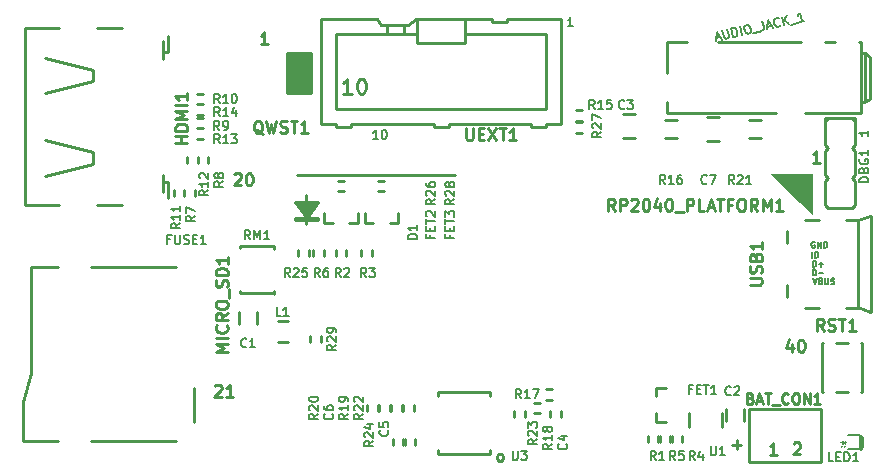
<source format=gbr>
G04 #@! TF.GenerationSoftware,KiCad,Pcbnew,5.1.0-rc2-unknown-036be7d~80~ubuntu16.04.1*
G04 #@! TF.CreationDate,2023-11-01T16:14:12+02:00*
G04 #@! TF.ProjectId,RP2040-PICO-PC_rev_D,52503230-3430-42d5-9049-434f2d50435f,D*
G04 #@! TF.SameCoordinates,Original*
G04 #@! TF.FileFunction,Legend,Top*
G04 #@! TF.FilePolarity,Positive*
%FSLAX46Y46*%
G04 Gerber Fmt 4.6, Leading zero omitted, Abs format (unit mm)*
G04 Created by KiCad (PCBNEW 5.1.0-rc2-unknown-036be7d~80~ubuntu16.04.1) date 2023-11-01 16:14:12*
%MOMM*%
%LPD*%
G04 APERTURE LIST*
%ADD10C,0.254000*%
%ADD11C,0.190500*%
%ADD12C,0.100000*%
%ADD13C,0.050000*%
%ADD14C,0.127000*%
%ADD15C,0.187325*%
%ADD16C,0.222250*%
G04 APERTURE END LIST*
D10*
X178809952Y-137740571D02*
X179584047Y-137740571D01*
X179197000Y-138127619D02*
X179197000Y-137353523D01*
X141986000Y-114935000D02*
X155321000Y-114935000D01*
D11*
X165317714Y-102325714D02*
X164882285Y-102325714D01*
X165100000Y-102325714D02*
X165100000Y-101563714D01*
X165027428Y-101672571D01*
X164954857Y-101745142D01*
X164882285Y-101781428D01*
X148825857Y-111850714D02*
X148390428Y-111850714D01*
X148608142Y-111850714D02*
X148608142Y-111088714D01*
X148535571Y-111197571D01*
X148463000Y-111270142D01*
X148390428Y-111306428D01*
X149297571Y-111088714D02*
X149370142Y-111088714D01*
X149442714Y-111125000D01*
X149479000Y-111161285D01*
X149515285Y-111233857D01*
X149551571Y-111379000D01*
X149551571Y-111560428D01*
X149515285Y-111705571D01*
X149479000Y-111778142D01*
X149442714Y-111814428D01*
X149370142Y-111850714D01*
X149297571Y-111850714D01*
X149225000Y-111814428D01*
X149188714Y-111778142D01*
X149152428Y-111705571D01*
X149116142Y-111560428D01*
X149116142Y-111379000D01*
X149152428Y-111233857D01*
X149188714Y-111161285D01*
X149225000Y-111125000D01*
X149297571Y-111088714D01*
D12*
G36*
X185547000Y-118237000D02*
G01*
X182118000Y-114808000D01*
X185547000Y-114808000D01*
X185547000Y-118237000D01*
G37*
X185547000Y-118237000D02*
X182118000Y-114808000D01*
X185547000Y-114808000D01*
X185547000Y-118237000D01*
D11*
X190336714Y-111161285D02*
X190336714Y-111596714D01*
X190336714Y-111379000D02*
X189574714Y-111379000D01*
X189683571Y-111451571D01*
X189756142Y-111524142D01*
X189792428Y-111596714D01*
D10*
X187483000Y-103680000D02*
X186683000Y-103680000D01*
X189683000Y-103680000D02*
X189523000Y-103680000D01*
X174983000Y-103680000D02*
X173283000Y-103680000D01*
X184583000Y-103680000D02*
X177583000Y-103680000D01*
X173283000Y-106260000D02*
X173283000Y-103680000D01*
X173283000Y-109680000D02*
X173283000Y-108680000D01*
X182483000Y-109680000D02*
X173283000Y-109680000D01*
X189683000Y-109680000D02*
X184983000Y-109680000D01*
X190038500Y-108683800D02*
X190038500Y-104594400D01*
X190038500Y-104594400D02*
X189683000Y-104594400D01*
X190483000Y-104930000D02*
X190038500Y-104594400D01*
X190483000Y-108430000D02*
X190483000Y-104930000D01*
X189987700Y-108734600D02*
X190483000Y-108430000D01*
X189683000Y-108734600D02*
X189987700Y-108734600D01*
X189683000Y-109680000D02*
X189683000Y-103680000D01*
X172339000Y-135077200D02*
X172339000Y-135788400D01*
X173177200Y-135788400D02*
X172339000Y-135788400D01*
X173177200Y-132943600D02*
X172339000Y-132943600D01*
X172339000Y-132943600D02*
X172339000Y-133654800D01*
X118734840Y-134096760D02*
X119435880Y-131696460D01*
X121734580Y-122699780D02*
X119435880Y-122699780D01*
X121734580Y-137396220D02*
X118734840Y-137396220D01*
X119435880Y-131696460D02*
X119435880Y-122699780D01*
X118734840Y-137396220D02*
X118734840Y-134096760D01*
X131732020Y-137396220D02*
X124536200Y-137396220D01*
X133233160Y-132897880D02*
X133233160Y-135796020D01*
X131732020Y-122699780D02*
X124536200Y-122699780D01*
X132651500Y-113665000D02*
X132651500Y-113919000D01*
X132651500Y-113665000D02*
X132651500Y-113411000D01*
X133540500Y-113665000D02*
X133540500Y-113411000D01*
X133540500Y-113665000D02*
X133540500Y-113919000D01*
X142049500Y-121539000D02*
X142049500Y-121793000D01*
X142049500Y-121539000D02*
X142049500Y-121285000D01*
X142938500Y-121539000D02*
X142938500Y-121285000D01*
X142938500Y-121539000D02*
X142938500Y-121793000D01*
X145288000Y-110871000D02*
X145288000Y-110617000D01*
X146558000Y-110871000D02*
X146558000Y-110617000D01*
X153543000Y-110871000D02*
X153543000Y-110617000D01*
X154813000Y-110871000D02*
X154813000Y-110617000D01*
X161798000Y-110871000D02*
X161798000Y-110617000D01*
X159766000Y-101981000D02*
X159766000Y-101727000D01*
X149606000Y-102997000D02*
X149606000Y-102336600D01*
X151003000Y-102984300D02*
X151003000Y-102336600D01*
X144018000Y-110617000D02*
X144018000Y-101727000D01*
X164338000Y-101727000D02*
X159766000Y-101727000D01*
X152146000Y-102997000D02*
X145288000Y-102997000D01*
X145288000Y-109347000D02*
X145288000Y-102997000D01*
X163068000Y-109347000D02*
X163068000Y-102997000D01*
X164338000Y-110617000D02*
X164338000Y-101727000D01*
X164338000Y-110617000D02*
X163068000Y-110617000D01*
X163068000Y-109347000D02*
X145288000Y-109347000D01*
X158496000Y-101727000D02*
X152019000Y-101727000D01*
X156210000Y-102997000D02*
X163068000Y-102997000D01*
X144018000Y-110617000D02*
X145288000Y-110617000D01*
X145288000Y-110871000D02*
X146558000Y-110871000D01*
X146558000Y-110617000D02*
X153543000Y-110617000D01*
X153543000Y-110871000D02*
X154813000Y-110871000D01*
X154813000Y-110617000D02*
X161798000Y-110617000D01*
X161798000Y-110871000D02*
X163068000Y-110871000D01*
X163068000Y-110871000D02*
X163068000Y-110617000D01*
X148717000Y-101727000D02*
X144018000Y-101727000D01*
X152146000Y-103759000D02*
X152146000Y-101727000D01*
X152019000Y-101727000D02*
X151384000Y-102235000D01*
X151384000Y-102235000D02*
X149098000Y-102235000D01*
X149098000Y-102235000D02*
X148717000Y-101727000D01*
X156210000Y-101727000D02*
X156210000Y-103759000D01*
X156210000Y-103759000D02*
X152146000Y-103759000D01*
X159766000Y-101981000D02*
X158496000Y-101981000D01*
X158496000Y-101981000D02*
X158496000Y-101727000D01*
X146380200Y-118999000D02*
X147091400Y-118999000D01*
X147091400Y-118160800D02*
X147091400Y-118999000D01*
X144246600Y-118160800D02*
X144246600Y-118999000D01*
X144246600Y-118999000D02*
X144957800Y-118999000D01*
X149923500Y-134620000D02*
X149923500Y-134874000D01*
X149923500Y-134620000D02*
X149923500Y-134366000D01*
X150812500Y-134620000D02*
X150812500Y-134366000D01*
X150812500Y-134620000D02*
X150812500Y-134874000D01*
X151828500Y-134620000D02*
X151828500Y-134366000D01*
X151828500Y-134620000D02*
X151828500Y-134874000D01*
X150939500Y-134620000D02*
X150939500Y-134874000D01*
X150939500Y-134620000D02*
X150939500Y-134366000D01*
X175120300Y-135077200D02*
X175120300Y-136207500D01*
X177927000Y-135077200D02*
X177927000Y-136207500D01*
X189230000Y-110109000D02*
X189230000Y-110363000D01*
X189230000Y-110363000D02*
X189230000Y-112395000D01*
X189230000Y-112395000D02*
X188976000Y-112649000D01*
X188976000Y-112649000D02*
X189230000Y-112903000D01*
X189230000Y-112903000D02*
X189230000Y-114935000D01*
X189230000Y-114935000D02*
X188976000Y-115189000D01*
X188976000Y-115189000D02*
X189230000Y-115443000D01*
X189230000Y-115443000D02*
X189230000Y-117475000D01*
X189230000Y-117475000D02*
X188976000Y-117729000D01*
X188976000Y-117729000D02*
X186944000Y-117729000D01*
X186944000Y-117729000D02*
X186690000Y-117475000D01*
X186690000Y-117475000D02*
X186690000Y-115443000D01*
X188976000Y-110109000D02*
X189230000Y-110363000D01*
X186690000Y-110363000D02*
X186944000Y-110109000D01*
X186690000Y-110617000D02*
X186690000Y-110109000D01*
X186690000Y-114935000D02*
X186690000Y-112903000D01*
X186690000Y-112903000D02*
X186944000Y-112649000D01*
X186944000Y-112649000D02*
X186690000Y-112395000D01*
X186690000Y-112395000D02*
X186690000Y-110617000D01*
X186690000Y-114935000D02*
X186944000Y-115189000D01*
X186944000Y-115189000D02*
X186690000Y-115443000D01*
X189230000Y-110109000D02*
X186690000Y-110109000D01*
X177673000Y-109982000D02*
X176657000Y-109982000D01*
X177673000Y-112014000D02*
X176657000Y-112014000D01*
X170561000Y-109728000D02*
X169545000Y-109728000D01*
X170561000Y-111760000D02*
X169545000Y-111760000D01*
X149098000Y-115379500D02*
X148844000Y-115379500D01*
X149098000Y-115379500D02*
X149352000Y-115379500D01*
X149098000Y-116268500D02*
X149352000Y-116268500D01*
X149098000Y-116268500D02*
X148844000Y-116268500D01*
X145669000Y-115379500D02*
X145415000Y-115379500D01*
X145669000Y-115379500D02*
X145923000Y-115379500D01*
X145669000Y-116268500D02*
X145923000Y-116268500D01*
X145669000Y-116268500D02*
X145415000Y-116268500D01*
X144208500Y-121539000D02*
X144208500Y-121285000D01*
X144208500Y-121539000D02*
X144208500Y-121793000D01*
X143319500Y-121539000D02*
X143319500Y-121793000D01*
X143319500Y-121539000D02*
X143319500Y-121285000D01*
X149809200Y-118999000D02*
X150520400Y-118999000D01*
X150520400Y-118160800D02*
X150520400Y-118999000D01*
X147675600Y-118160800D02*
X147675600Y-118999000D01*
X147675600Y-118999000D02*
X148386800Y-118999000D01*
X147383500Y-121539000D02*
X147383500Y-121793000D01*
X147383500Y-121539000D02*
X147383500Y-121285000D01*
X148272500Y-121539000D02*
X148272500Y-121285000D01*
X148272500Y-121539000D02*
X148272500Y-121793000D01*
X145224500Y-121539000D02*
X145224500Y-121793000D01*
X145224500Y-121539000D02*
X145224500Y-121285000D01*
X146113500Y-121539000D02*
X146113500Y-121285000D01*
X146113500Y-121539000D02*
X146113500Y-121793000D01*
X180243480Y-134701280D02*
X180243480Y-139194540D01*
X186278520Y-134701280D02*
X180243480Y-134701280D01*
X186278520Y-139217400D02*
X186278520Y-134701280D01*
X180230780Y-139217400D02*
X186278520Y-139217400D01*
X132397500Y-116459000D02*
X132397500Y-116713000D01*
X132397500Y-116459000D02*
X132397500Y-116205000D01*
X133286500Y-116459000D02*
X133286500Y-116205000D01*
X133286500Y-116459000D02*
X133286500Y-116713000D01*
X133731000Y-111823500D02*
X133985000Y-111823500D01*
X133731000Y-111823500D02*
X133477000Y-111823500D01*
X133731000Y-110934500D02*
X133477000Y-110934500D01*
X133731000Y-110934500D02*
X133985000Y-110934500D01*
X133731000Y-108902500D02*
X133985000Y-108902500D01*
X133731000Y-108902500D02*
X133477000Y-108902500D01*
X133731000Y-108013500D02*
X133477000Y-108013500D01*
X133731000Y-108013500D02*
X133985000Y-108013500D01*
X131508500Y-116459000D02*
X131508500Y-116713000D01*
X131508500Y-116459000D02*
X131508500Y-116205000D01*
X132397500Y-116459000D02*
X132397500Y-116205000D01*
X132397500Y-116459000D02*
X132397500Y-116713000D01*
X133731000Y-110934500D02*
X133985000Y-110934500D01*
X133731000Y-110934500D02*
X133477000Y-110934500D01*
X133731000Y-110045500D02*
X133477000Y-110045500D01*
X133731000Y-110045500D02*
X133985000Y-110045500D01*
X133540500Y-113665000D02*
X133540500Y-113919000D01*
X133540500Y-113665000D02*
X133540500Y-113411000D01*
X134429500Y-113665000D02*
X134429500Y-113411000D01*
X134429500Y-113665000D02*
X134429500Y-113919000D01*
X133731000Y-109791500D02*
X133985000Y-109791500D01*
X133731000Y-109791500D02*
X133477000Y-109791500D01*
X133731000Y-108902500D02*
X133477000Y-108902500D01*
X133731000Y-108902500D02*
X133985000Y-108902500D01*
X137033000Y-126492000D02*
X137033000Y-127508000D01*
X138557000Y-126492000D02*
X138557000Y-127508000D01*
X179832000Y-135763000D02*
X179832000Y-134747000D01*
X178308000Y-135763000D02*
X178308000Y-134747000D01*
X189611000Y-138023600D02*
X189611000Y-136982200D01*
X189776100Y-137096500D02*
X189776100Y-137922000D01*
X189623700Y-138061700D02*
X189763400Y-137934700D01*
X189623700Y-136969500D02*
X189776100Y-137096500D01*
D13*
X188184800Y-137765600D02*
X188054800Y-137875600D01*
X188044800Y-137895600D02*
X188124800Y-137885600D01*
X188044800Y-137895600D02*
X188044800Y-137815600D01*
X188260200Y-137895600D02*
X188260200Y-137815600D01*
X188260200Y-137895600D02*
X188340200Y-137885600D01*
X188391800Y-137786600D02*
X188261800Y-137896600D01*
D12*
X188314000Y-137431000D02*
X188314000Y-137651000D01*
X188124000Y-137651000D02*
X188224000Y-137551000D01*
X188124000Y-137431000D02*
X188234000Y-137531000D01*
X188124000Y-137431000D02*
X188124000Y-137651000D01*
X187954000Y-137541000D02*
X188474000Y-137541000D01*
D14*
X188595000Y-136906000D02*
X189611000Y-136906000D01*
X189611000Y-138125200D02*
X188595000Y-138125200D01*
D10*
X172529500Y-137287000D02*
X172529500Y-137033000D01*
X172529500Y-137287000D02*
X172529500Y-137541000D01*
X171640500Y-137287000D02*
X171640500Y-137541000D01*
X171640500Y-137287000D02*
X171640500Y-137033000D01*
X174561500Y-137287000D02*
X174561500Y-137033000D01*
X174561500Y-137287000D02*
X174561500Y-137541000D01*
X173672500Y-137287000D02*
X173672500Y-137541000D01*
X173672500Y-137287000D02*
X173672500Y-137033000D01*
X172656500Y-137287000D02*
X172656500Y-137541000D01*
X172656500Y-137287000D02*
X172656500Y-137033000D01*
X173545500Y-137287000D02*
X173545500Y-137033000D01*
X173545500Y-137287000D02*
X173545500Y-137541000D01*
X163385500Y-135128000D02*
X163385500Y-135382000D01*
X163385500Y-135128000D02*
X163385500Y-134874000D01*
X164274500Y-135128000D02*
X164274500Y-134874000D01*
X164274500Y-135128000D02*
X164274500Y-135382000D01*
X151066500Y-137541000D02*
X151066500Y-137795000D01*
X151066500Y-137541000D02*
X151066500Y-137287000D01*
X151955500Y-137541000D02*
X151955500Y-137287000D01*
X151955500Y-137541000D02*
X151955500Y-137795000D01*
X149796500Y-134620000D02*
X149796500Y-134366000D01*
X149796500Y-134620000D02*
X149796500Y-134874000D01*
X148907500Y-134620000D02*
X148907500Y-134874000D01*
X148907500Y-134620000D02*
X148907500Y-134366000D01*
X174117000Y-110236000D02*
X173101000Y-110236000D01*
X174117000Y-111760000D02*
X173101000Y-111760000D01*
X163322000Y-133032500D02*
X163068000Y-133032500D01*
X163322000Y-133032500D02*
X163576000Y-133032500D01*
X163322000Y-133921500D02*
X163576000Y-133921500D01*
X163322000Y-133921500D02*
X163068000Y-133921500D01*
X162306000Y-135064500D02*
X162560000Y-135064500D01*
X162306000Y-135064500D02*
X162052000Y-135064500D01*
X162306000Y-134175500D02*
X162052000Y-134175500D01*
X162306000Y-134175500D02*
X162560000Y-134175500D01*
X148780500Y-134620000D02*
X148780500Y-134366000D01*
X148780500Y-134620000D02*
X148780500Y-134874000D01*
X147891500Y-134620000D02*
X147891500Y-134874000D01*
X147891500Y-134620000D02*
X147891500Y-134366000D01*
X180213000Y-111760000D02*
X181229000Y-111760000D01*
X180213000Y-110236000D02*
X181229000Y-110236000D01*
X161226500Y-135128000D02*
X161226500Y-134874000D01*
X161226500Y-135128000D02*
X161226500Y-135382000D01*
X160337500Y-135128000D02*
X160337500Y-135382000D01*
X160337500Y-135128000D02*
X160337500Y-134874000D01*
X150050500Y-137541000D02*
X150050500Y-137795000D01*
X150050500Y-137541000D02*
X150050500Y-137287000D01*
X150939500Y-137541000D02*
X150939500Y-137287000D01*
X150939500Y-137541000D02*
X150939500Y-137795000D01*
X165862000Y-110299500D02*
X166116000Y-110299500D01*
X165862000Y-110299500D02*
X165608000Y-110299500D01*
X165862000Y-109410500D02*
X165608000Y-109410500D01*
X165862000Y-109410500D02*
X166116000Y-109410500D01*
X165862000Y-110426500D02*
X165608000Y-110426500D01*
X165862000Y-110426500D02*
X166116000Y-110426500D01*
X165862000Y-111315500D02*
X166116000Y-111315500D01*
X165862000Y-111315500D02*
X165608000Y-111315500D01*
X153883000Y-133290000D02*
X158283000Y-133290000D01*
X153883000Y-138490000D02*
X158283000Y-138490000D01*
X158283000Y-133290000D02*
X158283000Y-133590000D01*
X153883000Y-133590000D02*
X153883000Y-133290000D01*
X153883000Y-138190000D02*
X153883000Y-138490000D01*
X158283000Y-138190000D02*
X158283000Y-138490000D01*
X142735300Y-116611400D02*
X142735300Y-119087900D01*
X143687800Y-117195600D02*
X142773400Y-118567200D01*
X142773400Y-118567200D02*
X141782800Y-117195600D01*
X143687800Y-118567200D02*
X141782800Y-118567200D01*
X143687800Y-117195600D02*
X141782800Y-117195600D01*
X143687800Y-118745000D02*
X141782800Y-118745000D01*
X141782800Y-118567200D02*
X141782800Y-118745000D01*
X143687800Y-118567200D02*
X143687800Y-118745000D01*
X141986000Y-117348000D02*
X143510000Y-117348000D01*
X143383000Y-117475000D02*
X142113000Y-117475000D01*
X142240000Y-117602000D02*
X143383000Y-117602000D01*
X143129000Y-117729000D02*
X142240000Y-117729000D01*
X143129000Y-117856000D02*
X142367000Y-117856000D01*
X143002000Y-117983000D02*
X142367000Y-117983000D01*
X142875000Y-118110000D02*
X142494000Y-118110000D01*
X141147800Y-129032000D02*
X140309600Y-129032000D01*
X141147800Y-127254000D02*
X140309600Y-127254000D01*
X143065500Y-128778000D02*
X143065500Y-129032000D01*
X143065500Y-128778000D02*
X143065500Y-128524000D01*
X143954500Y-128778000D02*
X143954500Y-128524000D01*
X143954500Y-128778000D02*
X143954500Y-129032000D01*
X140030200Y-120929400D02*
X140030200Y-121145300D01*
X137083800Y-120929400D02*
X140030200Y-120929400D01*
X137083800Y-121119900D02*
X137083800Y-120929400D01*
X140030200Y-124942600D02*
X140030200Y-124726700D01*
X137083800Y-124917200D02*
X137083800Y-124739400D01*
X137083800Y-124929900D02*
X140030200Y-124929900D01*
X188587000Y-133291000D02*
X187587000Y-133291000D01*
X188587000Y-129091000D02*
X187587000Y-129091000D01*
X189787000Y-129091000D02*
X189687000Y-129091000D01*
X189787000Y-133291000D02*
X189787000Y-129091000D01*
X189687000Y-133291000D02*
X189787000Y-133291000D01*
X186387000Y-133291000D02*
X186487000Y-133291000D01*
X186387000Y-129091000D02*
X186487000Y-129091000D01*
X186387000Y-133291000D02*
X186387000Y-129091000D01*
X143151000Y-104600000D02*
X143151000Y-107950000D01*
G36*
X143151000Y-104600000D02*
G01*
X141097000Y-104600000D01*
X141097000Y-107950000D01*
X143151000Y-107950000D01*
X143151000Y-104600000D01*
G37*
X143151000Y-104600000D02*
X141097000Y-104600000D01*
X141097000Y-107950000D01*
X143151000Y-107950000D01*
X143151000Y-104600000D01*
X124650500Y-105984040D02*
X120650000Y-104983280D01*
X124650500Y-106982260D02*
X124650500Y-105984040D01*
X120650000Y-107983020D02*
X124650500Y-106982260D01*
X124650500Y-113979960D02*
X120650000Y-114980720D01*
X124650500Y-112981740D02*
X124650500Y-113979960D01*
X120650000Y-111980980D02*
X124650500Y-112981740D01*
X131066540Y-104482900D02*
X131066540Y-103096060D01*
X130566160Y-104482900D02*
X131066540Y-104482900D01*
X131066540Y-115481100D02*
X130566160Y-115481100D01*
X131066540Y-116855240D02*
X131066540Y-115481100D01*
X125016260Y-102483920D02*
X127167640Y-102483920D01*
X118910100Y-102483920D02*
X121818400Y-102483920D01*
X118910100Y-117480080D02*
X118910100Y-102483920D01*
X121818400Y-117480080D02*
X118910100Y-117480080D01*
X127167640Y-117480080D02*
X125016260Y-117480080D01*
X130566160Y-115481100D02*
X130566160Y-116380260D01*
X130566160Y-114881660D02*
X130566160Y-115481100D01*
X130566160Y-104482900D02*
X130566160Y-105082340D01*
X130566160Y-103583740D02*
X130566160Y-104482900D01*
X190500000Y-126492000D02*
X189484000Y-126111000D01*
X190500000Y-118364000D02*
X189484000Y-118745000D01*
X184971000Y-118728000D02*
X186171000Y-118728000D01*
X189471000Y-126128000D02*
X188471000Y-126128000D01*
X190571000Y-118364000D02*
X190571000Y-126492000D01*
X188471000Y-118728000D02*
X189471000Y-118728000D01*
X183471000Y-119628000D02*
X183471000Y-120628000D01*
X183471000Y-124228000D02*
X183471000Y-125228000D01*
X184971000Y-126128000D02*
X186171000Y-126128000D01*
X189471000Y-118728000D02*
X189471000Y-126128000D01*
D15*
X177427465Y-103338501D02*
X177775130Y-103258236D01*
X177406091Y-103563153D02*
X177480900Y-102776872D01*
X177892821Y-103450782D01*
X177967631Y-102664501D02*
X178104081Y-103255531D01*
X178154900Y-103317037D01*
X178197693Y-103343777D01*
X178275252Y-103362491D01*
X178414318Y-103330385D01*
X178475824Y-103279566D01*
X178502564Y-103236773D01*
X178521278Y-103159213D01*
X178384828Y-102568184D01*
X178901048Y-103218014D02*
X178732493Y-102487919D01*
X178906325Y-102447787D01*
X179018651Y-102458474D01*
X179104236Y-102511954D01*
X179155056Y-102573460D01*
X179221928Y-102704499D01*
X179246008Y-102808799D01*
X179243347Y-102955891D01*
X179224633Y-103033450D01*
X179171153Y-103119036D01*
X179074881Y-103177882D01*
X178901048Y-103218014D01*
X179631144Y-103049459D02*
X179462588Y-102319363D01*
X179949318Y-102206993D02*
X180088384Y-102174887D01*
X180165944Y-102193600D01*
X180251529Y-102247080D01*
X180318402Y-102378120D01*
X180374587Y-102621485D01*
X180371926Y-102768577D01*
X180318446Y-102854163D01*
X180256940Y-102904982D01*
X180117874Y-102937088D01*
X180040315Y-102918375D01*
X179954729Y-102864895D01*
X179887857Y-102733855D01*
X179831671Y-102490490D01*
X179834332Y-102343398D01*
X179887812Y-102257812D01*
X179949318Y-102206993D01*
X180585891Y-102902277D02*
X181142154Y-102773853D01*
X181339976Y-101885934D02*
X181460373Y-102407431D01*
X181449686Y-102519756D01*
X181396206Y-102605342D01*
X181299934Y-102664188D01*
X181230401Y-102680241D01*
X181773271Y-102335192D02*
X182120936Y-102254928D01*
X181751897Y-102559844D02*
X181826707Y-101773563D01*
X182238628Y-102447474D01*
X182883137Y-102225438D02*
X182856397Y-102268231D01*
X182760125Y-102327077D01*
X182690592Y-102343129D01*
X182578266Y-102332442D01*
X182492680Y-102278962D01*
X182441861Y-102217456D01*
X182374988Y-102086417D01*
X182350909Y-101982117D01*
X182353569Y-101835025D01*
X182372283Y-101757466D01*
X182425763Y-101671880D01*
X182522036Y-101613034D01*
X182591569Y-101596981D01*
X182703895Y-101607668D01*
X182746687Y-101634408D01*
X183212088Y-102222732D02*
X183043533Y-101492637D01*
X183629286Y-102126415D02*
X183220070Y-101781456D01*
X183460730Y-101396319D02*
X183139850Y-101909834D01*
X183784405Y-102163842D02*
X184340668Y-102035418D01*
X184880878Y-101837462D02*
X184463681Y-101933780D01*
X184672279Y-101885621D02*
X184503724Y-101155525D01*
X184458270Y-101275878D01*
X184404790Y-101361463D01*
X184343284Y-101412283D01*
D11*
X175387000Y-133041571D02*
X175133000Y-133041571D01*
X175133000Y-133440714D02*
X175133000Y-132678714D01*
X175495857Y-132678714D01*
X175786142Y-133041571D02*
X176040142Y-133041571D01*
X176149000Y-133440714D02*
X175786142Y-133440714D01*
X175786142Y-132678714D01*
X176149000Y-132678714D01*
X176366714Y-132678714D02*
X176802142Y-132678714D01*
X176584428Y-133440714D02*
X176584428Y-132678714D01*
X177455285Y-133440714D02*
X177019857Y-133440714D01*
X177237571Y-133440714D02*
X177237571Y-132678714D01*
X177165000Y-132787571D01*
X177092428Y-132860142D01*
X177019857Y-132896428D01*
D10*
X136095619Y-129848428D02*
X135079619Y-129848428D01*
X135805333Y-129509761D01*
X135079619Y-129171095D01*
X136095619Y-129171095D01*
X136095619Y-128687285D02*
X135079619Y-128687285D01*
X135998857Y-127622904D02*
X136047238Y-127671285D01*
X136095619Y-127816428D01*
X136095619Y-127913190D01*
X136047238Y-128058333D01*
X135950476Y-128155095D01*
X135853714Y-128203476D01*
X135660190Y-128251857D01*
X135515047Y-128251857D01*
X135321523Y-128203476D01*
X135224761Y-128155095D01*
X135128000Y-128058333D01*
X135079619Y-127913190D01*
X135079619Y-127816428D01*
X135128000Y-127671285D01*
X135176380Y-127622904D01*
X136095619Y-126606904D02*
X135611809Y-126945571D01*
X136095619Y-127187476D02*
X135079619Y-127187476D01*
X135079619Y-126800428D01*
X135128000Y-126703666D01*
X135176380Y-126655285D01*
X135273142Y-126606904D01*
X135418285Y-126606904D01*
X135515047Y-126655285D01*
X135563428Y-126703666D01*
X135611809Y-126800428D01*
X135611809Y-127187476D01*
X135079619Y-125977952D02*
X135079619Y-125784428D01*
X135128000Y-125687666D01*
X135224761Y-125590904D01*
X135418285Y-125542523D01*
X135756952Y-125542523D01*
X135950476Y-125590904D01*
X136047238Y-125687666D01*
X136095619Y-125784428D01*
X136095619Y-125977952D01*
X136047238Y-126074714D01*
X135950476Y-126171476D01*
X135756952Y-126219857D01*
X135418285Y-126219857D01*
X135224761Y-126171476D01*
X135128000Y-126074714D01*
X135079619Y-125977952D01*
X136192380Y-125349000D02*
X136192380Y-124574904D01*
X136047238Y-124381380D02*
X136095619Y-124236238D01*
X136095619Y-123994333D01*
X136047238Y-123897571D01*
X135998857Y-123849190D01*
X135902095Y-123800809D01*
X135805333Y-123800809D01*
X135708571Y-123849190D01*
X135660190Y-123897571D01*
X135611809Y-123994333D01*
X135563428Y-124187857D01*
X135515047Y-124284619D01*
X135466666Y-124333000D01*
X135369904Y-124381380D01*
X135273142Y-124381380D01*
X135176380Y-124333000D01*
X135128000Y-124284619D01*
X135079619Y-124187857D01*
X135079619Y-123945952D01*
X135128000Y-123800809D01*
X136095619Y-123365380D02*
X135079619Y-123365380D01*
X135079619Y-123123476D01*
X135128000Y-122978333D01*
X135224761Y-122881571D01*
X135321523Y-122833190D01*
X135515047Y-122784809D01*
X135660190Y-122784809D01*
X135853714Y-122833190D01*
X135950476Y-122881571D01*
X136047238Y-122978333D01*
X136095619Y-123123476D01*
X136095619Y-123365380D01*
X136095619Y-121817190D02*
X136095619Y-122397761D01*
X136095619Y-122107476D02*
X135079619Y-122107476D01*
X135224761Y-122204238D01*
X135321523Y-122301000D01*
X135369904Y-122397761D01*
D11*
X134456714Y-116186857D02*
X134093857Y-116440857D01*
X134456714Y-116622285D02*
X133694714Y-116622285D01*
X133694714Y-116332000D01*
X133731000Y-116259428D01*
X133767285Y-116223142D01*
X133839857Y-116186857D01*
X133948714Y-116186857D01*
X134021285Y-116223142D01*
X134057571Y-116259428D01*
X134093857Y-116332000D01*
X134093857Y-116622285D01*
X134456714Y-115461142D02*
X134456714Y-115896571D01*
X134456714Y-115678857D02*
X133694714Y-115678857D01*
X133803571Y-115751428D01*
X133876142Y-115824000D01*
X133912428Y-115896571D01*
X133767285Y-115170857D02*
X133731000Y-115134571D01*
X133694714Y-115062000D01*
X133694714Y-114880571D01*
X133731000Y-114808000D01*
X133767285Y-114771714D01*
X133839857Y-114735428D01*
X133912428Y-114735428D01*
X134021285Y-114771714D01*
X134456714Y-115207142D01*
X134456714Y-114735428D01*
X141369142Y-123534714D02*
X141115142Y-123171857D01*
X140933714Y-123534714D02*
X140933714Y-122772714D01*
X141224000Y-122772714D01*
X141296571Y-122809000D01*
X141332857Y-122845285D01*
X141369142Y-122917857D01*
X141369142Y-123026714D01*
X141332857Y-123099285D01*
X141296571Y-123135571D01*
X141224000Y-123171857D01*
X140933714Y-123171857D01*
X141659428Y-122845285D02*
X141695714Y-122809000D01*
X141768285Y-122772714D01*
X141949714Y-122772714D01*
X142022285Y-122809000D01*
X142058571Y-122845285D01*
X142094857Y-122917857D01*
X142094857Y-122990428D01*
X142058571Y-123099285D01*
X141623142Y-123534714D01*
X142094857Y-123534714D01*
X142784285Y-122772714D02*
X142421428Y-122772714D01*
X142385142Y-123135571D01*
X142421428Y-123099285D01*
X142494000Y-123063000D01*
X142675428Y-123063000D01*
X142748000Y-123099285D01*
X142784285Y-123135571D01*
X142820571Y-123208142D01*
X142820571Y-123389571D01*
X142784285Y-123462142D01*
X142748000Y-123498428D01*
X142675428Y-123534714D01*
X142494000Y-123534714D01*
X142421428Y-123498428D01*
X142385142Y-123462142D01*
D10*
X156264428Y-110949619D02*
X156264428Y-111772095D01*
X156312809Y-111868857D01*
X156361190Y-111917238D01*
X156457952Y-111965619D01*
X156651476Y-111965619D01*
X156748238Y-111917238D01*
X156796619Y-111868857D01*
X156845000Y-111772095D01*
X156845000Y-110949619D01*
X157328809Y-111433428D02*
X157667476Y-111433428D01*
X157812619Y-111965619D02*
X157328809Y-111965619D01*
X157328809Y-110949619D01*
X157812619Y-110949619D01*
X158151285Y-110949619D02*
X158828619Y-111965619D01*
X158828619Y-110949619D02*
X158151285Y-111965619D01*
X159070523Y-110949619D02*
X159651095Y-110949619D01*
X159360809Y-111965619D02*
X159360809Y-110949619D01*
X160521952Y-111965619D02*
X159941380Y-111965619D01*
X160231666Y-111965619D02*
X160231666Y-110949619D01*
X160134904Y-111094761D01*
X160038142Y-111191523D01*
X159941380Y-111239904D01*
X146570095Y-108016523D02*
X145844380Y-108016523D01*
X146207238Y-108016523D02*
X146207238Y-106746523D01*
X146086285Y-106927952D01*
X145965333Y-107048904D01*
X145844380Y-107109380D01*
X147356285Y-106746523D02*
X147477238Y-106746523D01*
X147598190Y-106807000D01*
X147658666Y-106867476D01*
X147719142Y-106988428D01*
X147779619Y-107230333D01*
X147779619Y-107532714D01*
X147719142Y-107774619D01*
X147658666Y-107895571D01*
X147598190Y-107956047D01*
X147477238Y-108016523D01*
X147356285Y-108016523D01*
X147235333Y-107956047D01*
X147174857Y-107895571D01*
X147114380Y-107774619D01*
X147053904Y-107532714D01*
X147053904Y-107230333D01*
X147114380Y-106988428D01*
X147174857Y-106867476D01*
X147235333Y-106807000D01*
X147356285Y-106746523D01*
D11*
X153234571Y-120015000D02*
X153234571Y-120269000D01*
X153633714Y-120269000D02*
X152871714Y-120269000D01*
X152871714Y-119906142D01*
X153234571Y-119615857D02*
X153234571Y-119361857D01*
X153633714Y-119253000D02*
X153633714Y-119615857D01*
X152871714Y-119615857D01*
X152871714Y-119253000D01*
X152871714Y-119035285D02*
X152871714Y-118599857D01*
X153633714Y-118817571D02*
X152871714Y-118817571D01*
X152944285Y-118382142D02*
X152908000Y-118345857D01*
X152871714Y-118273285D01*
X152871714Y-118091857D01*
X152908000Y-118019285D01*
X152944285Y-117983000D01*
X153016857Y-117946714D01*
X153089428Y-117946714D01*
X153198285Y-117983000D01*
X153633714Y-118418428D01*
X153633714Y-117946714D01*
X146267714Y-135109857D02*
X145904857Y-135363857D01*
X146267714Y-135545285D02*
X145505714Y-135545285D01*
X145505714Y-135255000D01*
X145542000Y-135182428D01*
X145578285Y-135146142D01*
X145650857Y-135109857D01*
X145759714Y-135109857D01*
X145832285Y-135146142D01*
X145868571Y-135182428D01*
X145904857Y-135255000D01*
X145904857Y-135545285D01*
X146267714Y-134384142D02*
X146267714Y-134819571D01*
X146267714Y-134601857D02*
X145505714Y-134601857D01*
X145614571Y-134674428D01*
X145687142Y-134747000D01*
X145723428Y-134819571D01*
X146267714Y-134021285D02*
X146267714Y-133876142D01*
X146231428Y-133803571D01*
X146195142Y-133767285D01*
X146086285Y-133694714D01*
X145941142Y-133658428D01*
X145650857Y-133658428D01*
X145578285Y-133694714D01*
X145542000Y-133731000D01*
X145505714Y-133803571D01*
X145505714Y-133948714D01*
X145542000Y-134021285D01*
X145578285Y-134057571D01*
X145650857Y-134093857D01*
X145832285Y-134093857D01*
X145904857Y-134057571D01*
X145941142Y-134021285D01*
X145977428Y-133948714D01*
X145977428Y-133803571D01*
X145941142Y-133731000D01*
X145904857Y-133694714D01*
X145832285Y-133658428D01*
X147537714Y-135109857D02*
X147174857Y-135363857D01*
X147537714Y-135545285D02*
X146775714Y-135545285D01*
X146775714Y-135255000D01*
X146812000Y-135182428D01*
X146848285Y-135146142D01*
X146920857Y-135109857D01*
X147029714Y-135109857D01*
X147102285Y-135146142D01*
X147138571Y-135182428D01*
X147174857Y-135255000D01*
X147174857Y-135545285D01*
X146848285Y-134819571D02*
X146812000Y-134783285D01*
X146775714Y-134710714D01*
X146775714Y-134529285D01*
X146812000Y-134456714D01*
X146848285Y-134420428D01*
X146920857Y-134384142D01*
X146993428Y-134384142D01*
X147102285Y-134420428D01*
X147537714Y-134855857D01*
X147537714Y-134384142D01*
X146848285Y-134093857D02*
X146812000Y-134057571D01*
X146775714Y-133985000D01*
X146775714Y-133803571D01*
X146812000Y-133731000D01*
X146848285Y-133694714D01*
X146920857Y-133658428D01*
X146993428Y-133658428D01*
X147102285Y-133694714D01*
X147537714Y-134130142D01*
X147537714Y-133658428D01*
X176965428Y-137885714D02*
X176965428Y-138502571D01*
X177001714Y-138575142D01*
X177038000Y-138611428D01*
X177110571Y-138647714D01*
X177255714Y-138647714D01*
X177328285Y-138611428D01*
X177364571Y-138575142D01*
X177400857Y-138502571D01*
X177400857Y-137885714D01*
X178162857Y-138647714D02*
X177727428Y-138647714D01*
X177945142Y-138647714D02*
X177945142Y-137885714D01*
X177872571Y-137994571D01*
X177800000Y-138067142D01*
X177727428Y-138103428D01*
X190336714Y-115497428D02*
X189574714Y-115497428D01*
X189574714Y-115316000D01*
X189611000Y-115207142D01*
X189683571Y-115134571D01*
X189756142Y-115098285D01*
X189901285Y-115062000D01*
X190010142Y-115062000D01*
X190155285Y-115098285D01*
X190227857Y-115134571D01*
X190300428Y-115207142D01*
X190336714Y-115316000D01*
X190336714Y-115497428D01*
X189937571Y-114481428D02*
X189973857Y-114372571D01*
X190010142Y-114336285D01*
X190082714Y-114300000D01*
X190191571Y-114300000D01*
X190264142Y-114336285D01*
X190300428Y-114372571D01*
X190336714Y-114445142D01*
X190336714Y-114735428D01*
X189574714Y-114735428D01*
X189574714Y-114481428D01*
X189611000Y-114408857D01*
X189647285Y-114372571D01*
X189719857Y-114336285D01*
X189792428Y-114336285D01*
X189865000Y-114372571D01*
X189901285Y-114408857D01*
X189937571Y-114481428D01*
X189937571Y-114735428D01*
X189611000Y-113574285D02*
X189574714Y-113646857D01*
X189574714Y-113755714D01*
X189611000Y-113864571D01*
X189683571Y-113937142D01*
X189756142Y-113973428D01*
X189901285Y-114009714D01*
X190010142Y-114009714D01*
X190155285Y-113973428D01*
X190227857Y-113937142D01*
X190300428Y-113864571D01*
X190336714Y-113755714D01*
X190336714Y-113683142D01*
X190300428Y-113574285D01*
X190264142Y-113538000D01*
X190010142Y-113538000D01*
X190010142Y-113683142D01*
X190336714Y-112812285D02*
X190336714Y-113247714D01*
X190336714Y-113030000D02*
X189574714Y-113030000D01*
X189683571Y-113102571D01*
X189756142Y-113175142D01*
X189792428Y-113247714D01*
X176657000Y-115588142D02*
X176620714Y-115624428D01*
X176511857Y-115660714D01*
X176439285Y-115660714D01*
X176330428Y-115624428D01*
X176257857Y-115551857D01*
X176221571Y-115479285D01*
X176185285Y-115334142D01*
X176185285Y-115225285D01*
X176221571Y-115080142D01*
X176257857Y-115007571D01*
X176330428Y-114935000D01*
X176439285Y-114898714D01*
X176511857Y-114898714D01*
X176620714Y-114935000D01*
X176657000Y-114971285D01*
X176911000Y-114898714D02*
X177419000Y-114898714D01*
X177092428Y-115660714D01*
X169672000Y-109238142D02*
X169635714Y-109274428D01*
X169526857Y-109310714D01*
X169454285Y-109310714D01*
X169345428Y-109274428D01*
X169272857Y-109201857D01*
X169236571Y-109129285D01*
X169200285Y-108984142D01*
X169200285Y-108875285D01*
X169236571Y-108730142D01*
X169272857Y-108657571D01*
X169345428Y-108585000D01*
X169454285Y-108548714D01*
X169526857Y-108548714D01*
X169635714Y-108585000D01*
X169672000Y-108621285D01*
X169926000Y-108548714D02*
X170397714Y-108548714D01*
X170143714Y-108839000D01*
X170252571Y-108839000D01*
X170325142Y-108875285D01*
X170361428Y-108911571D01*
X170397714Y-108984142D01*
X170397714Y-109165571D01*
X170361428Y-109238142D01*
X170325142Y-109274428D01*
X170252571Y-109310714D01*
X170034857Y-109310714D01*
X169962285Y-109274428D01*
X169926000Y-109238142D01*
X155284714Y-116948857D02*
X154921857Y-117202857D01*
X155284714Y-117384285D02*
X154522714Y-117384285D01*
X154522714Y-117094000D01*
X154559000Y-117021428D01*
X154595285Y-116985142D01*
X154667857Y-116948857D01*
X154776714Y-116948857D01*
X154849285Y-116985142D01*
X154885571Y-117021428D01*
X154921857Y-117094000D01*
X154921857Y-117384285D01*
X154595285Y-116658571D02*
X154559000Y-116622285D01*
X154522714Y-116549714D01*
X154522714Y-116368285D01*
X154559000Y-116295714D01*
X154595285Y-116259428D01*
X154667857Y-116223142D01*
X154740428Y-116223142D01*
X154849285Y-116259428D01*
X155284714Y-116694857D01*
X155284714Y-116223142D01*
X154849285Y-115787714D02*
X154813000Y-115860285D01*
X154776714Y-115896571D01*
X154704142Y-115932857D01*
X154667857Y-115932857D01*
X154595285Y-115896571D01*
X154559000Y-115860285D01*
X154522714Y-115787714D01*
X154522714Y-115642571D01*
X154559000Y-115570000D01*
X154595285Y-115533714D01*
X154667857Y-115497428D01*
X154704142Y-115497428D01*
X154776714Y-115533714D01*
X154813000Y-115570000D01*
X154849285Y-115642571D01*
X154849285Y-115787714D01*
X154885571Y-115860285D01*
X154921857Y-115896571D01*
X154994428Y-115932857D01*
X155139571Y-115932857D01*
X155212142Y-115896571D01*
X155248428Y-115860285D01*
X155284714Y-115787714D01*
X155284714Y-115642571D01*
X155248428Y-115570000D01*
X155212142Y-115533714D01*
X155139571Y-115497428D01*
X154994428Y-115497428D01*
X154921857Y-115533714D01*
X154885571Y-115570000D01*
X154849285Y-115642571D01*
X153633714Y-116948857D02*
X153270857Y-117202857D01*
X153633714Y-117384285D02*
X152871714Y-117384285D01*
X152871714Y-117094000D01*
X152908000Y-117021428D01*
X152944285Y-116985142D01*
X153016857Y-116948857D01*
X153125714Y-116948857D01*
X153198285Y-116985142D01*
X153234571Y-117021428D01*
X153270857Y-117094000D01*
X153270857Y-117384285D01*
X152944285Y-116658571D02*
X152908000Y-116622285D01*
X152871714Y-116549714D01*
X152871714Y-116368285D01*
X152908000Y-116295714D01*
X152944285Y-116259428D01*
X153016857Y-116223142D01*
X153089428Y-116223142D01*
X153198285Y-116259428D01*
X153633714Y-116694857D01*
X153633714Y-116223142D01*
X152871714Y-115570000D02*
X152871714Y-115715142D01*
X152908000Y-115787714D01*
X152944285Y-115824000D01*
X153053142Y-115896571D01*
X153198285Y-115932857D01*
X153488571Y-115932857D01*
X153561142Y-115896571D01*
X153597428Y-115860285D01*
X153633714Y-115787714D01*
X153633714Y-115642571D01*
X153597428Y-115570000D01*
X153561142Y-115533714D01*
X153488571Y-115497428D01*
X153307142Y-115497428D01*
X153234571Y-115533714D01*
X153198285Y-115570000D01*
X153162000Y-115642571D01*
X153162000Y-115787714D01*
X153198285Y-115860285D01*
X153234571Y-115896571D01*
X153307142Y-115932857D01*
X143891000Y-123534714D02*
X143637000Y-123171857D01*
X143455571Y-123534714D02*
X143455571Y-122772714D01*
X143745857Y-122772714D01*
X143818428Y-122809000D01*
X143854714Y-122845285D01*
X143891000Y-122917857D01*
X143891000Y-123026714D01*
X143854714Y-123099285D01*
X143818428Y-123135571D01*
X143745857Y-123171857D01*
X143455571Y-123171857D01*
X144544142Y-122772714D02*
X144399000Y-122772714D01*
X144326428Y-122809000D01*
X144290142Y-122845285D01*
X144217571Y-122954142D01*
X144181285Y-123099285D01*
X144181285Y-123389571D01*
X144217571Y-123462142D01*
X144253857Y-123498428D01*
X144326428Y-123534714D01*
X144471571Y-123534714D01*
X144544142Y-123498428D01*
X144580428Y-123462142D01*
X144616714Y-123389571D01*
X144616714Y-123208142D01*
X144580428Y-123135571D01*
X144544142Y-123099285D01*
X144471571Y-123063000D01*
X144326428Y-123063000D01*
X144253857Y-123099285D01*
X144217571Y-123135571D01*
X144181285Y-123208142D01*
X154885571Y-120015000D02*
X154885571Y-120269000D01*
X155284714Y-120269000D02*
X154522714Y-120269000D01*
X154522714Y-119906142D01*
X154885571Y-119615857D02*
X154885571Y-119361857D01*
X155284714Y-119253000D02*
X155284714Y-119615857D01*
X154522714Y-119615857D01*
X154522714Y-119253000D01*
X154522714Y-119035285D02*
X154522714Y-118599857D01*
X155284714Y-118817571D02*
X154522714Y-118817571D01*
X154522714Y-118418428D02*
X154522714Y-117946714D01*
X154813000Y-118200714D01*
X154813000Y-118091857D01*
X154849285Y-118019285D01*
X154885571Y-117983000D01*
X154958142Y-117946714D01*
X155139571Y-117946714D01*
X155212142Y-117983000D01*
X155248428Y-118019285D01*
X155284714Y-118091857D01*
X155284714Y-118309571D01*
X155248428Y-118382142D01*
X155212142Y-118418428D01*
X147828000Y-123534714D02*
X147574000Y-123171857D01*
X147392571Y-123534714D02*
X147392571Y-122772714D01*
X147682857Y-122772714D01*
X147755428Y-122809000D01*
X147791714Y-122845285D01*
X147828000Y-122917857D01*
X147828000Y-123026714D01*
X147791714Y-123099285D01*
X147755428Y-123135571D01*
X147682857Y-123171857D01*
X147392571Y-123171857D01*
X148082000Y-122772714D02*
X148553714Y-122772714D01*
X148299714Y-123063000D01*
X148408571Y-123063000D01*
X148481142Y-123099285D01*
X148517428Y-123135571D01*
X148553714Y-123208142D01*
X148553714Y-123389571D01*
X148517428Y-123462142D01*
X148481142Y-123498428D01*
X148408571Y-123534714D01*
X148190857Y-123534714D01*
X148118285Y-123498428D01*
X148082000Y-123462142D01*
X145669000Y-123534714D02*
X145415000Y-123171857D01*
X145233571Y-123534714D02*
X145233571Y-122772714D01*
X145523857Y-122772714D01*
X145596428Y-122809000D01*
X145632714Y-122845285D01*
X145669000Y-122917857D01*
X145669000Y-123026714D01*
X145632714Y-123099285D01*
X145596428Y-123135571D01*
X145523857Y-123171857D01*
X145233571Y-123171857D01*
X145959285Y-122845285D02*
X145995571Y-122809000D01*
X146068142Y-122772714D01*
X146249571Y-122772714D01*
X146322142Y-122809000D01*
X146358428Y-122845285D01*
X146394714Y-122917857D01*
X146394714Y-122990428D01*
X146358428Y-123099285D01*
X145923000Y-123534714D01*
X146394714Y-123534714D01*
D16*
X180340000Y-133794500D02*
X180467000Y-133836833D01*
X180509333Y-133879166D01*
X180551666Y-133963833D01*
X180551666Y-134090833D01*
X180509333Y-134175500D01*
X180467000Y-134217833D01*
X180382333Y-134260166D01*
X180043666Y-134260166D01*
X180043666Y-133371166D01*
X180340000Y-133371166D01*
X180424666Y-133413500D01*
X180467000Y-133455833D01*
X180509333Y-133540500D01*
X180509333Y-133625166D01*
X180467000Y-133709833D01*
X180424666Y-133752166D01*
X180340000Y-133794500D01*
X180043666Y-133794500D01*
X180890333Y-134006166D02*
X181313666Y-134006166D01*
X180805666Y-134260166D02*
X181102000Y-133371166D01*
X181398333Y-134260166D01*
X181567666Y-133371166D02*
X182075666Y-133371166D01*
X181821666Y-134260166D02*
X181821666Y-133371166D01*
X182160333Y-134344833D02*
X182837666Y-134344833D01*
X183557333Y-134175500D02*
X183515000Y-134217833D01*
X183388000Y-134260166D01*
X183303333Y-134260166D01*
X183176333Y-134217833D01*
X183091666Y-134133166D01*
X183049333Y-134048500D01*
X183007000Y-133879166D01*
X183007000Y-133752166D01*
X183049333Y-133582833D01*
X183091666Y-133498166D01*
X183176333Y-133413500D01*
X183303333Y-133371166D01*
X183388000Y-133371166D01*
X183515000Y-133413500D01*
X183557333Y-133455833D01*
X184107666Y-133371166D02*
X184277000Y-133371166D01*
X184361666Y-133413500D01*
X184446333Y-133498166D01*
X184488666Y-133667500D01*
X184488666Y-133963833D01*
X184446333Y-134133166D01*
X184361666Y-134217833D01*
X184277000Y-134260166D01*
X184107666Y-134260166D01*
X184023000Y-134217833D01*
X183938333Y-134133166D01*
X183896000Y-133963833D01*
X183896000Y-133667500D01*
X183938333Y-133498166D01*
X184023000Y-133413500D01*
X184107666Y-133371166D01*
X184869666Y-134260166D02*
X184869666Y-133371166D01*
X185377666Y-134260166D01*
X185377666Y-133371166D01*
X186266666Y-134260166D02*
X185758666Y-134260166D01*
X186012666Y-134260166D02*
X186012666Y-133371166D01*
X185928000Y-133498166D01*
X185843333Y-133582833D01*
X185758666Y-133625166D01*
D10*
X182568305Y-138607679D02*
X181987734Y-138607679D01*
X182278020Y-138607679D02*
X182278020Y-137591679D01*
X182181258Y-137736821D01*
X182084496Y-137833583D01*
X181987734Y-137881964D01*
X183991794Y-137637640D02*
X184040175Y-137589260D01*
X184136937Y-137540879D01*
X184378841Y-137540879D01*
X184475603Y-137589260D01*
X184523984Y-137637640D01*
X184572365Y-137734402D01*
X184572365Y-137831164D01*
X184523984Y-137976307D01*
X183943413Y-138556879D01*
X184572365Y-138556879D01*
D11*
X133313714Y-118364000D02*
X132950857Y-118618000D01*
X133313714Y-118799428D02*
X132551714Y-118799428D01*
X132551714Y-118509142D01*
X132588000Y-118436571D01*
X132624285Y-118400285D01*
X132696857Y-118364000D01*
X132805714Y-118364000D01*
X132878285Y-118400285D01*
X132914571Y-118436571D01*
X132950857Y-118509142D01*
X132950857Y-118799428D01*
X132551714Y-118110000D02*
X132551714Y-117602000D01*
X133313714Y-117928571D01*
X135400142Y-112231714D02*
X135146142Y-111868857D01*
X134964714Y-112231714D02*
X134964714Y-111469714D01*
X135255000Y-111469714D01*
X135327571Y-111506000D01*
X135363857Y-111542285D01*
X135400142Y-111614857D01*
X135400142Y-111723714D01*
X135363857Y-111796285D01*
X135327571Y-111832571D01*
X135255000Y-111868857D01*
X134964714Y-111868857D01*
X136125857Y-112231714D02*
X135690428Y-112231714D01*
X135908142Y-112231714D02*
X135908142Y-111469714D01*
X135835571Y-111578571D01*
X135763000Y-111651142D01*
X135690428Y-111687428D01*
X136379857Y-111469714D02*
X136851571Y-111469714D01*
X136597571Y-111760000D01*
X136706428Y-111760000D01*
X136779000Y-111796285D01*
X136815285Y-111832571D01*
X136851571Y-111905142D01*
X136851571Y-112086571D01*
X136815285Y-112159142D01*
X136779000Y-112195428D01*
X136706428Y-112231714D01*
X136488714Y-112231714D01*
X136416142Y-112195428D01*
X136379857Y-112159142D01*
X135400142Y-108802714D02*
X135146142Y-108439857D01*
X134964714Y-108802714D02*
X134964714Y-108040714D01*
X135255000Y-108040714D01*
X135327571Y-108077000D01*
X135363857Y-108113285D01*
X135400142Y-108185857D01*
X135400142Y-108294714D01*
X135363857Y-108367285D01*
X135327571Y-108403571D01*
X135255000Y-108439857D01*
X134964714Y-108439857D01*
X136125857Y-108802714D02*
X135690428Y-108802714D01*
X135908142Y-108802714D02*
X135908142Y-108040714D01*
X135835571Y-108149571D01*
X135763000Y-108222142D01*
X135690428Y-108258428D01*
X136597571Y-108040714D02*
X136670142Y-108040714D01*
X136742714Y-108077000D01*
X136779000Y-108113285D01*
X136815285Y-108185857D01*
X136851571Y-108331000D01*
X136851571Y-108512428D01*
X136815285Y-108657571D01*
X136779000Y-108730142D01*
X136742714Y-108766428D01*
X136670142Y-108802714D01*
X136597571Y-108802714D01*
X136525000Y-108766428D01*
X136488714Y-108730142D01*
X136452428Y-108657571D01*
X136416142Y-108512428D01*
X136416142Y-108331000D01*
X136452428Y-108185857D01*
X136488714Y-108113285D01*
X136525000Y-108077000D01*
X136597571Y-108040714D01*
X132043714Y-118980857D02*
X131680857Y-119234857D01*
X132043714Y-119416285D02*
X131281714Y-119416285D01*
X131281714Y-119126000D01*
X131318000Y-119053428D01*
X131354285Y-119017142D01*
X131426857Y-118980857D01*
X131535714Y-118980857D01*
X131608285Y-119017142D01*
X131644571Y-119053428D01*
X131680857Y-119126000D01*
X131680857Y-119416285D01*
X132043714Y-118255142D02*
X132043714Y-118690571D01*
X132043714Y-118472857D02*
X131281714Y-118472857D01*
X131390571Y-118545428D01*
X131463142Y-118618000D01*
X131499428Y-118690571D01*
X132043714Y-117529428D02*
X132043714Y-117964857D01*
X132043714Y-117747142D02*
X131281714Y-117747142D01*
X131390571Y-117819714D01*
X131463142Y-117892285D01*
X131499428Y-117964857D01*
X135382000Y-111088714D02*
X135128000Y-110725857D01*
X134946571Y-111088714D02*
X134946571Y-110326714D01*
X135236857Y-110326714D01*
X135309428Y-110363000D01*
X135345714Y-110399285D01*
X135382000Y-110471857D01*
X135382000Y-110580714D01*
X135345714Y-110653285D01*
X135309428Y-110689571D01*
X135236857Y-110725857D01*
X134946571Y-110725857D01*
X135744857Y-111088714D02*
X135890000Y-111088714D01*
X135962571Y-111052428D01*
X135998857Y-111016142D01*
X136071428Y-110907285D01*
X136107714Y-110762142D01*
X136107714Y-110471857D01*
X136071428Y-110399285D01*
X136035142Y-110363000D01*
X135962571Y-110326714D01*
X135817428Y-110326714D01*
X135744857Y-110363000D01*
X135708571Y-110399285D01*
X135672285Y-110471857D01*
X135672285Y-110653285D01*
X135708571Y-110725857D01*
X135744857Y-110762142D01*
X135817428Y-110798428D01*
X135962571Y-110798428D01*
X136035142Y-110762142D01*
X136071428Y-110725857D01*
X136107714Y-110653285D01*
X135726714Y-115443000D02*
X135363857Y-115697000D01*
X135726714Y-115878428D02*
X134964714Y-115878428D01*
X134964714Y-115588142D01*
X135001000Y-115515571D01*
X135037285Y-115479285D01*
X135109857Y-115443000D01*
X135218714Y-115443000D01*
X135291285Y-115479285D01*
X135327571Y-115515571D01*
X135363857Y-115588142D01*
X135363857Y-115878428D01*
X135291285Y-115007571D02*
X135255000Y-115080142D01*
X135218714Y-115116428D01*
X135146142Y-115152714D01*
X135109857Y-115152714D01*
X135037285Y-115116428D01*
X135001000Y-115080142D01*
X134964714Y-115007571D01*
X134964714Y-114862428D01*
X135001000Y-114789857D01*
X135037285Y-114753571D01*
X135109857Y-114717285D01*
X135146142Y-114717285D01*
X135218714Y-114753571D01*
X135255000Y-114789857D01*
X135291285Y-114862428D01*
X135291285Y-115007571D01*
X135327571Y-115080142D01*
X135363857Y-115116428D01*
X135436428Y-115152714D01*
X135581571Y-115152714D01*
X135654142Y-115116428D01*
X135690428Y-115080142D01*
X135726714Y-115007571D01*
X135726714Y-114862428D01*
X135690428Y-114789857D01*
X135654142Y-114753571D01*
X135581571Y-114717285D01*
X135436428Y-114717285D01*
X135363857Y-114753571D01*
X135327571Y-114789857D01*
X135291285Y-114862428D01*
X135400142Y-109945714D02*
X135146142Y-109582857D01*
X134964714Y-109945714D02*
X134964714Y-109183714D01*
X135255000Y-109183714D01*
X135327571Y-109220000D01*
X135363857Y-109256285D01*
X135400142Y-109328857D01*
X135400142Y-109437714D01*
X135363857Y-109510285D01*
X135327571Y-109546571D01*
X135255000Y-109582857D01*
X134964714Y-109582857D01*
X136125857Y-109945714D02*
X135690428Y-109945714D01*
X135908142Y-109945714D02*
X135908142Y-109183714D01*
X135835571Y-109292571D01*
X135763000Y-109365142D01*
X135690428Y-109401428D01*
X136779000Y-109437714D02*
X136779000Y-109945714D01*
X136597571Y-109147428D02*
X136416142Y-109691714D01*
X136887857Y-109691714D01*
X137668000Y-129431142D02*
X137631714Y-129467428D01*
X137522857Y-129503714D01*
X137450285Y-129503714D01*
X137341428Y-129467428D01*
X137268857Y-129394857D01*
X137232571Y-129322285D01*
X137196285Y-129177142D01*
X137196285Y-129068285D01*
X137232571Y-128923142D01*
X137268857Y-128850571D01*
X137341428Y-128778000D01*
X137450285Y-128741714D01*
X137522857Y-128741714D01*
X137631714Y-128778000D01*
X137668000Y-128814285D01*
X138393714Y-129503714D02*
X137958285Y-129503714D01*
X138176000Y-129503714D02*
X138176000Y-128741714D01*
X138103428Y-128850571D01*
X138030857Y-128923142D01*
X137958285Y-128959428D01*
X131227285Y-120341571D02*
X130973285Y-120341571D01*
X130973285Y-120740714D02*
X130973285Y-119978714D01*
X131336142Y-119978714D01*
X131626428Y-119978714D02*
X131626428Y-120595571D01*
X131662714Y-120668142D01*
X131699000Y-120704428D01*
X131771571Y-120740714D01*
X131916714Y-120740714D01*
X131989285Y-120704428D01*
X132025571Y-120668142D01*
X132061857Y-120595571D01*
X132061857Y-119978714D01*
X132388428Y-120704428D02*
X132497285Y-120740714D01*
X132678714Y-120740714D01*
X132751285Y-120704428D01*
X132787571Y-120668142D01*
X132823857Y-120595571D01*
X132823857Y-120523000D01*
X132787571Y-120450428D01*
X132751285Y-120414142D01*
X132678714Y-120377857D01*
X132533571Y-120341571D01*
X132461000Y-120305285D01*
X132424714Y-120269000D01*
X132388428Y-120196428D01*
X132388428Y-120123857D01*
X132424714Y-120051285D01*
X132461000Y-120015000D01*
X132533571Y-119978714D01*
X132715000Y-119978714D01*
X132823857Y-120015000D01*
X133150428Y-120341571D02*
X133404428Y-120341571D01*
X133513285Y-120740714D02*
X133150428Y-120740714D01*
X133150428Y-119978714D01*
X133513285Y-119978714D01*
X134239000Y-120740714D02*
X133803571Y-120740714D01*
X134021285Y-120740714D02*
X134021285Y-119978714D01*
X133948714Y-120087571D01*
X133876142Y-120160142D01*
X133803571Y-120196428D01*
X178689000Y-133495142D02*
X178652714Y-133531428D01*
X178543857Y-133567714D01*
X178471285Y-133567714D01*
X178362428Y-133531428D01*
X178289857Y-133458857D01*
X178253571Y-133386285D01*
X178217285Y-133241142D01*
X178217285Y-133132285D01*
X178253571Y-132987142D01*
X178289857Y-132914571D01*
X178362428Y-132842000D01*
X178471285Y-132805714D01*
X178543857Y-132805714D01*
X178652714Y-132842000D01*
X178689000Y-132878285D01*
X178979285Y-132878285D02*
X179015571Y-132842000D01*
X179088142Y-132805714D01*
X179269571Y-132805714D01*
X179342142Y-132842000D01*
X179378428Y-132878285D01*
X179414714Y-132950857D01*
X179414714Y-133023428D01*
X179378428Y-133132285D01*
X178943000Y-133567714D01*
X179414714Y-133567714D01*
X187361285Y-139155714D02*
X186998428Y-139155714D01*
X186998428Y-138393714D01*
X187615285Y-138756571D02*
X187869285Y-138756571D01*
X187978142Y-139155714D02*
X187615285Y-139155714D01*
X187615285Y-138393714D01*
X187978142Y-138393714D01*
X188304714Y-139155714D02*
X188304714Y-138393714D01*
X188486142Y-138393714D01*
X188595000Y-138430000D01*
X188667571Y-138502571D01*
X188703857Y-138575142D01*
X188740142Y-138720285D01*
X188740142Y-138829142D01*
X188703857Y-138974285D01*
X188667571Y-139046857D01*
X188595000Y-139119428D01*
X188486142Y-139155714D01*
X188304714Y-139155714D01*
X189465857Y-139155714D02*
X189030428Y-139155714D01*
X189248142Y-139155714D02*
X189248142Y-138393714D01*
X189175571Y-138502571D01*
X189103000Y-138575142D01*
X189030428Y-138611428D01*
X172339000Y-139028714D02*
X172085000Y-138665857D01*
X171903571Y-139028714D02*
X171903571Y-138266714D01*
X172193857Y-138266714D01*
X172266428Y-138303000D01*
X172302714Y-138339285D01*
X172339000Y-138411857D01*
X172339000Y-138520714D01*
X172302714Y-138593285D01*
X172266428Y-138629571D01*
X172193857Y-138665857D01*
X171903571Y-138665857D01*
X173064714Y-139028714D02*
X172629285Y-139028714D01*
X172847000Y-139028714D02*
X172847000Y-138266714D01*
X172774428Y-138375571D01*
X172701857Y-138448142D01*
X172629285Y-138484428D01*
X175641000Y-139028714D02*
X175387000Y-138665857D01*
X175205571Y-139028714D02*
X175205571Y-138266714D01*
X175495857Y-138266714D01*
X175568428Y-138303000D01*
X175604714Y-138339285D01*
X175641000Y-138411857D01*
X175641000Y-138520714D01*
X175604714Y-138593285D01*
X175568428Y-138629571D01*
X175495857Y-138665857D01*
X175205571Y-138665857D01*
X176294142Y-138520714D02*
X176294142Y-139028714D01*
X176112714Y-138230428D02*
X175931285Y-138774714D01*
X176403000Y-138774714D01*
X173990000Y-139028714D02*
X173736000Y-138665857D01*
X173554571Y-139028714D02*
X173554571Y-138266714D01*
X173844857Y-138266714D01*
X173917428Y-138303000D01*
X173953714Y-138339285D01*
X173990000Y-138411857D01*
X173990000Y-138520714D01*
X173953714Y-138593285D01*
X173917428Y-138629571D01*
X173844857Y-138665857D01*
X173554571Y-138665857D01*
X174679428Y-138266714D02*
X174316571Y-138266714D01*
X174280285Y-138629571D01*
X174316571Y-138593285D01*
X174389142Y-138557000D01*
X174570571Y-138557000D01*
X174643142Y-138593285D01*
X174679428Y-138629571D01*
X174715714Y-138702142D01*
X174715714Y-138883571D01*
X174679428Y-138956142D01*
X174643142Y-138992428D01*
X174570571Y-139028714D01*
X174389142Y-139028714D01*
X174316571Y-138992428D01*
X174280285Y-138956142D01*
X164737142Y-137668000D02*
X164773428Y-137704285D01*
X164809714Y-137813142D01*
X164809714Y-137885714D01*
X164773428Y-137994571D01*
X164700857Y-138067142D01*
X164628285Y-138103428D01*
X164483142Y-138139714D01*
X164374285Y-138139714D01*
X164229142Y-138103428D01*
X164156571Y-138067142D01*
X164084000Y-137994571D01*
X164047714Y-137885714D01*
X164047714Y-137813142D01*
X164084000Y-137704285D01*
X164120285Y-137668000D01*
X164301714Y-137014857D02*
X164809714Y-137014857D01*
X164011428Y-137196285D02*
X164555714Y-137377714D01*
X164555714Y-136906000D01*
X149624142Y-136525000D02*
X149660428Y-136561285D01*
X149696714Y-136670142D01*
X149696714Y-136742714D01*
X149660428Y-136851571D01*
X149587857Y-136924142D01*
X149515285Y-136960428D01*
X149370142Y-136996714D01*
X149261285Y-136996714D01*
X149116142Y-136960428D01*
X149043571Y-136924142D01*
X148971000Y-136851571D01*
X148934714Y-136742714D01*
X148934714Y-136670142D01*
X148971000Y-136561285D01*
X149007285Y-136525000D01*
X148934714Y-135835571D02*
X148934714Y-136198428D01*
X149297571Y-136234714D01*
X149261285Y-136198428D01*
X149225000Y-136125857D01*
X149225000Y-135944428D01*
X149261285Y-135871857D01*
X149297571Y-135835571D01*
X149370142Y-135799285D01*
X149551571Y-135799285D01*
X149624142Y-135835571D01*
X149660428Y-135871857D01*
X149696714Y-135944428D01*
X149696714Y-136125857D01*
X149660428Y-136198428D01*
X149624142Y-136234714D01*
X144925142Y-135128000D02*
X144961428Y-135164285D01*
X144997714Y-135273142D01*
X144997714Y-135345714D01*
X144961428Y-135454571D01*
X144888857Y-135527142D01*
X144816285Y-135563428D01*
X144671142Y-135599714D01*
X144562285Y-135599714D01*
X144417142Y-135563428D01*
X144344571Y-135527142D01*
X144272000Y-135454571D01*
X144235714Y-135345714D01*
X144235714Y-135273142D01*
X144272000Y-135164285D01*
X144308285Y-135128000D01*
X144235714Y-134474857D02*
X144235714Y-134620000D01*
X144272000Y-134692571D01*
X144308285Y-134728857D01*
X144417142Y-134801428D01*
X144562285Y-134837714D01*
X144852571Y-134837714D01*
X144925142Y-134801428D01*
X144961428Y-134765142D01*
X144997714Y-134692571D01*
X144997714Y-134547428D01*
X144961428Y-134474857D01*
X144925142Y-134438571D01*
X144852571Y-134402285D01*
X144671142Y-134402285D01*
X144598571Y-134438571D01*
X144562285Y-134474857D01*
X144526000Y-134547428D01*
X144526000Y-134692571D01*
X144562285Y-134765142D01*
X144598571Y-134801428D01*
X144671142Y-134837714D01*
X173119142Y-115660714D02*
X172865142Y-115297857D01*
X172683714Y-115660714D02*
X172683714Y-114898714D01*
X172974000Y-114898714D01*
X173046571Y-114935000D01*
X173082857Y-114971285D01*
X173119142Y-115043857D01*
X173119142Y-115152714D01*
X173082857Y-115225285D01*
X173046571Y-115261571D01*
X172974000Y-115297857D01*
X172683714Y-115297857D01*
X173844857Y-115660714D02*
X173409428Y-115660714D01*
X173627142Y-115660714D02*
X173627142Y-114898714D01*
X173554571Y-115007571D01*
X173482000Y-115080142D01*
X173409428Y-115116428D01*
X174498000Y-114898714D02*
X174352857Y-114898714D01*
X174280285Y-114935000D01*
X174244000Y-114971285D01*
X174171428Y-115080142D01*
X174135142Y-115225285D01*
X174135142Y-115515571D01*
X174171428Y-115588142D01*
X174207714Y-115624428D01*
X174280285Y-115660714D01*
X174425428Y-115660714D01*
X174498000Y-115624428D01*
X174534285Y-115588142D01*
X174570571Y-115515571D01*
X174570571Y-115334142D01*
X174534285Y-115261571D01*
X174498000Y-115225285D01*
X174425428Y-115189000D01*
X174280285Y-115189000D01*
X174207714Y-115225285D01*
X174171428Y-115261571D01*
X174135142Y-115334142D01*
X160927142Y-133821714D02*
X160673142Y-133458857D01*
X160491714Y-133821714D02*
X160491714Y-133059714D01*
X160782000Y-133059714D01*
X160854571Y-133096000D01*
X160890857Y-133132285D01*
X160927142Y-133204857D01*
X160927142Y-133313714D01*
X160890857Y-133386285D01*
X160854571Y-133422571D01*
X160782000Y-133458857D01*
X160491714Y-133458857D01*
X161652857Y-133821714D02*
X161217428Y-133821714D01*
X161435142Y-133821714D02*
X161435142Y-133059714D01*
X161362571Y-133168571D01*
X161290000Y-133241142D01*
X161217428Y-133277428D01*
X161906857Y-133059714D02*
X162414857Y-133059714D01*
X162088285Y-133821714D01*
X163539714Y-137649857D02*
X163176857Y-137903857D01*
X163539714Y-138085285D02*
X162777714Y-138085285D01*
X162777714Y-137795000D01*
X162814000Y-137722428D01*
X162850285Y-137686142D01*
X162922857Y-137649857D01*
X163031714Y-137649857D01*
X163104285Y-137686142D01*
X163140571Y-137722428D01*
X163176857Y-137795000D01*
X163176857Y-138085285D01*
X163539714Y-136924142D02*
X163539714Y-137359571D01*
X163539714Y-137141857D02*
X162777714Y-137141857D01*
X162886571Y-137214428D01*
X162959142Y-137287000D01*
X162995428Y-137359571D01*
X163104285Y-136488714D02*
X163068000Y-136561285D01*
X163031714Y-136597571D01*
X162959142Y-136633857D01*
X162922857Y-136633857D01*
X162850285Y-136597571D01*
X162814000Y-136561285D01*
X162777714Y-136488714D01*
X162777714Y-136343571D01*
X162814000Y-136271000D01*
X162850285Y-136234714D01*
X162922857Y-136198428D01*
X162959142Y-136198428D01*
X163031714Y-136234714D01*
X163068000Y-136271000D01*
X163104285Y-136343571D01*
X163104285Y-136488714D01*
X163140571Y-136561285D01*
X163176857Y-136597571D01*
X163249428Y-136633857D01*
X163394571Y-136633857D01*
X163467142Y-136597571D01*
X163503428Y-136561285D01*
X163539714Y-136488714D01*
X163539714Y-136343571D01*
X163503428Y-136271000D01*
X163467142Y-136234714D01*
X163394571Y-136198428D01*
X163249428Y-136198428D01*
X163176857Y-136234714D01*
X163140571Y-136271000D01*
X163104285Y-136343571D01*
X143727714Y-135109857D02*
X143364857Y-135363857D01*
X143727714Y-135545285D02*
X142965714Y-135545285D01*
X142965714Y-135255000D01*
X143002000Y-135182428D01*
X143038285Y-135146142D01*
X143110857Y-135109857D01*
X143219714Y-135109857D01*
X143292285Y-135146142D01*
X143328571Y-135182428D01*
X143364857Y-135255000D01*
X143364857Y-135545285D01*
X143038285Y-134819571D02*
X143002000Y-134783285D01*
X142965714Y-134710714D01*
X142965714Y-134529285D01*
X143002000Y-134456714D01*
X143038285Y-134420428D01*
X143110857Y-134384142D01*
X143183428Y-134384142D01*
X143292285Y-134420428D01*
X143727714Y-134855857D01*
X143727714Y-134384142D01*
X142965714Y-133912428D02*
X142965714Y-133839857D01*
X143002000Y-133767285D01*
X143038285Y-133731000D01*
X143110857Y-133694714D01*
X143256000Y-133658428D01*
X143437428Y-133658428D01*
X143582571Y-133694714D01*
X143655142Y-133731000D01*
X143691428Y-133767285D01*
X143727714Y-133839857D01*
X143727714Y-133912428D01*
X143691428Y-133985000D01*
X143655142Y-134021285D01*
X143582571Y-134057571D01*
X143437428Y-134093857D01*
X143256000Y-134093857D01*
X143110857Y-134057571D01*
X143038285Y-134021285D01*
X143002000Y-133985000D01*
X142965714Y-133912428D01*
X178961142Y-115660714D02*
X178707142Y-115297857D01*
X178525714Y-115660714D02*
X178525714Y-114898714D01*
X178816000Y-114898714D01*
X178888571Y-114935000D01*
X178924857Y-114971285D01*
X178961142Y-115043857D01*
X178961142Y-115152714D01*
X178924857Y-115225285D01*
X178888571Y-115261571D01*
X178816000Y-115297857D01*
X178525714Y-115297857D01*
X179251428Y-114971285D02*
X179287714Y-114935000D01*
X179360285Y-114898714D01*
X179541714Y-114898714D01*
X179614285Y-114935000D01*
X179650571Y-114971285D01*
X179686857Y-115043857D01*
X179686857Y-115116428D01*
X179650571Y-115225285D01*
X179215142Y-115660714D01*
X179686857Y-115660714D01*
X180412571Y-115660714D02*
X179977142Y-115660714D01*
X180194857Y-115660714D02*
X180194857Y-114898714D01*
X180122285Y-115007571D01*
X180049714Y-115080142D01*
X179977142Y-115116428D01*
X162269714Y-137268857D02*
X161906857Y-137522857D01*
X162269714Y-137704285D02*
X161507714Y-137704285D01*
X161507714Y-137414000D01*
X161544000Y-137341428D01*
X161580285Y-137305142D01*
X161652857Y-137268857D01*
X161761714Y-137268857D01*
X161834285Y-137305142D01*
X161870571Y-137341428D01*
X161906857Y-137414000D01*
X161906857Y-137704285D01*
X161580285Y-136978571D02*
X161544000Y-136942285D01*
X161507714Y-136869714D01*
X161507714Y-136688285D01*
X161544000Y-136615714D01*
X161580285Y-136579428D01*
X161652857Y-136543142D01*
X161725428Y-136543142D01*
X161834285Y-136579428D01*
X162269714Y-137014857D01*
X162269714Y-136543142D01*
X161507714Y-136289142D02*
X161507714Y-135817428D01*
X161798000Y-136071428D01*
X161798000Y-135962571D01*
X161834285Y-135890000D01*
X161870571Y-135853714D01*
X161943142Y-135817428D01*
X162124571Y-135817428D01*
X162197142Y-135853714D01*
X162233428Y-135890000D01*
X162269714Y-135962571D01*
X162269714Y-136180285D01*
X162233428Y-136252857D01*
X162197142Y-136289142D01*
X148426714Y-137395857D02*
X148063857Y-137649857D01*
X148426714Y-137831285D02*
X147664714Y-137831285D01*
X147664714Y-137541000D01*
X147701000Y-137468428D01*
X147737285Y-137432142D01*
X147809857Y-137395857D01*
X147918714Y-137395857D01*
X147991285Y-137432142D01*
X148027571Y-137468428D01*
X148063857Y-137541000D01*
X148063857Y-137831285D01*
X147737285Y-137105571D02*
X147701000Y-137069285D01*
X147664714Y-136996714D01*
X147664714Y-136815285D01*
X147701000Y-136742714D01*
X147737285Y-136706428D01*
X147809857Y-136670142D01*
X147882428Y-136670142D01*
X147991285Y-136706428D01*
X148426714Y-137141857D01*
X148426714Y-136670142D01*
X147918714Y-136017000D02*
X148426714Y-136017000D01*
X147628428Y-136198428D02*
X148172714Y-136379857D01*
X148172714Y-135908142D01*
X167150142Y-109310714D02*
X166896142Y-108947857D01*
X166714714Y-109310714D02*
X166714714Y-108548714D01*
X167005000Y-108548714D01*
X167077571Y-108585000D01*
X167113857Y-108621285D01*
X167150142Y-108693857D01*
X167150142Y-108802714D01*
X167113857Y-108875285D01*
X167077571Y-108911571D01*
X167005000Y-108947857D01*
X166714714Y-108947857D01*
X167875857Y-109310714D02*
X167440428Y-109310714D01*
X167658142Y-109310714D02*
X167658142Y-108548714D01*
X167585571Y-108657571D01*
X167513000Y-108730142D01*
X167440428Y-108766428D01*
X168565285Y-108548714D02*
X168202428Y-108548714D01*
X168166142Y-108911571D01*
X168202428Y-108875285D01*
X168275000Y-108839000D01*
X168456428Y-108839000D01*
X168529000Y-108875285D01*
X168565285Y-108911571D01*
X168601571Y-108984142D01*
X168601571Y-109165571D01*
X168565285Y-109238142D01*
X168529000Y-109274428D01*
X168456428Y-109310714D01*
X168275000Y-109310714D01*
X168202428Y-109274428D01*
X168166142Y-109238142D01*
X167730714Y-111233857D02*
X167367857Y-111487857D01*
X167730714Y-111669285D02*
X166968714Y-111669285D01*
X166968714Y-111379000D01*
X167005000Y-111306428D01*
X167041285Y-111270142D01*
X167113857Y-111233857D01*
X167222714Y-111233857D01*
X167295285Y-111270142D01*
X167331571Y-111306428D01*
X167367857Y-111379000D01*
X167367857Y-111669285D01*
X167041285Y-110943571D02*
X167005000Y-110907285D01*
X166968714Y-110834714D01*
X166968714Y-110653285D01*
X167005000Y-110580714D01*
X167041285Y-110544428D01*
X167113857Y-110508142D01*
X167186428Y-110508142D01*
X167295285Y-110544428D01*
X167730714Y-110979857D01*
X167730714Y-110508142D01*
X166968714Y-110254142D02*
X166968714Y-109746142D01*
X167730714Y-110072714D01*
X160201428Y-138266714D02*
X160201428Y-138883571D01*
X160237714Y-138956142D01*
X160274000Y-138992428D01*
X160346571Y-139028714D01*
X160491714Y-139028714D01*
X160564285Y-138992428D01*
X160600571Y-138956142D01*
X160636857Y-138883571D01*
X160636857Y-138266714D01*
X160927142Y-138266714D02*
X161398857Y-138266714D01*
X161144857Y-138557000D01*
X161253714Y-138557000D01*
X161326285Y-138593285D01*
X161362571Y-138629571D01*
X161398857Y-138702142D01*
X161398857Y-138883571D01*
X161362571Y-138956142D01*
X161326285Y-138992428D01*
X161253714Y-139028714D01*
X161036000Y-139028714D01*
X160963428Y-138992428D01*
X160927142Y-138956142D01*
D16*
X159067500Y-139086166D02*
X158982833Y-139043833D01*
X158940500Y-139001500D01*
X158898166Y-138916833D01*
X158898166Y-138662833D01*
X158940500Y-138578166D01*
X158982833Y-138535833D01*
X159067500Y-138493500D01*
X159194500Y-138493500D01*
X159279166Y-138535833D01*
X159321500Y-138578166D01*
X159363833Y-138662833D01*
X159363833Y-138916833D01*
X159321500Y-139001500D01*
X159279166Y-139043833D01*
X159194500Y-139086166D01*
X159067500Y-139086166D01*
D11*
X152109714Y-120323428D02*
X151347714Y-120323428D01*
X151347714Y-120142000D01*
X151384000Y-120033142D01*
X151456571Y-119960571D01*
X151529142Y-119924285D01*
X151674285Y-119888000D01*
X151783142Y-119888000D01*
X151928285Y-119924285D01*
X152000857Y-119960571D01*
X152073428Y-120033142D01*
X152109714Y-120142000D01*
X152109714Y-120323428D01*
X152109714Y-119162285D02*
X152109714Y-119597714D01*
X152109714Y-119380000D02*
X151347714Y-119380000D01*
X151456571Y-119452571D01*
X151529142Y-119525142D01*
X151565428Y-119597714D01*
X140589000Y-126836714D02*
X140226142Y-126836714D01*
X140226142Y-126074714D01*
X141242142Y-126836714D02*
X140806714Y-126836714D01*
X141024428Y-126836714D02*
X141024428Y-126074714D01*
X140951857Y-126183571D01*
X140879285Y-126256142D01*
X140806714Y-126292428D01*
X145251714Y-129267857D02*
X144888857Y-129521857D01*
X145251714Y-129703285D02*
X144489714Y-129703285D01*
X144489714Y-129413000D01*
X144526000Y-129340428D01*
X144562285Y-129304142D01*
X144634857Y-129267857D01*
X144743714Y-129267857D01*
X144816285Y-129304142D01*
X144852571Y-129340428D01*
X144888857Y-129413000D01*
X144888857Y-129703285D01*
X144562285Y-128977571D02*
X144526000Y-128941285D01*
X144489714Y-128868714D01*
X144489714Y-128687285D01*
X144526000Y-128614714D01*
X144562285Y-128578428D01*
X144634857Y-128542142D01*
X144707428Y-128542142D01*
X144816285Y-128578428D01*
X145251714Y-129013857D01*
X145251714Y-128542142D01*
X145251714Y-128179285D02*
X145251714Y-128034142D01*
X145215428Y-127961571D01*
X145179142Y-127925285D01*
X145070285Y-127852714D01*
X144925142Y-127816428D01*
X144634857Y-127816428D01*
X144562285Y-127852714D01*
X144526000Y-127889000D01*
X144489714Y-127961571D01*
X144489714Y-128106714D01*
X144526000Y-128179285D01*
X144562285Y-128215571D01*
X144634857Y-128251857D01*
X144816285Y-128251857D01*
X144888857Y-128215571D01*
X144925142Y-128179285D01*
X144961428Y-128106714D01*
X144961428Y-127961571D01*
X144925142Y-127889000D01*
X144888857Y-127852714D01*
X144816285Y-127816428D01*
X137994571Y-120359714D02*
X137740571Y-119996857D01*
X137559142Y-120359714D02*
X137559142Y-119597714D01*
X137849428Y-119597714D01*
X137922000Y-119634000D01*
X137958285Y-119670285D01*
X137994571Y-119742857D01*
X137994571Y-119851714D01*
X137958285Y-119924285D01*
X137922000Y-119960571D01*
X137849428Y-119996857D01*
X137559142Y-119996857D01*
X138321142Y-120359714D02*
X138321142Y-119597714D01*
X138575142Y-120142000D01*
X138829142Y-119597714D01*
X138829142Y-120359714D01*
X139591142Y-120359714D02*
X139155714Y-120359714D01*
X139373428Y-120359714D02*
X139373428Y-119597714D01*
X139300857Y-119706571D01*
X139228285Y-119779142D01*
X139155714Y-119815428D01*
D10*
X186538809Y-128094619D02*
X186200142Y-127610809D01*
X185958238Y-128094619D02*
X185958238Y-127078619D01*
X186345285Y-127078619D01*
X186442047Y-127127000D01*
X186490428Y-127175380D01*
X186538809Y-127272142D01*
X186538809Y-127417285D01*
X186490428Y-127514047D01*
X186442047Y-127562428D01*
X186345285Y-127610809D01*
X185958238Y-127610809D01*
X186925857Y-128046238D02*
X187071000Y-128094619D01*
X187312904Y-128094619D01*
X187409666Y-128046238D01*
X187458047Y-127997857D01*
X187506428Y-127901095D01*
X187506428Y-127804333D01*
X187458047Y-127707571D01*
X187409666Y-127659190D01*
X187312904Y-127610809D01*
X187119380Y-127562428D01*
X187022619Y-127514047D01*
X186974238Y-127465666D01*
X186925857Y-127368904D01*
X186925857Y-127272142D01*
X186974238Y-127175380D01*
X187022619Y-127127000D01*
X187119380Y-127078619D01*
X187361285Y-127078619D01*
X187506428Y-127127000D01*
X187796714Y-127078619D02*
X188377285Y-127078619D01*
X188087000Y-128094619D02*
X188087000Y-127078619D01*
X189248142Y-128094619D02*
X188667571Y-128094619D01*
X188957857Y-128094619D02*
X188957857Y-127078619D01*
X188861095Y-127223761D01*
X188764333Y-127320523D01*
X188667571Y-127368904D01*
X168843476Y-117934619D02*
X168504809Y-117450809D01*
X168262904Y-117934619D02*
X168262904Y-116918619D01*
X168649952Y-116918619D01*
X168746714Y-116967000D01*
X168795095Y-117015380D01*
X168843476Y-117112142D01*
X168843476Y-117257285D01*
X168795095Y-117354047D01*
X168746714Y-117402428D01*
X168649952Y-117450809D01*
X168262904Y-117450809D01*
X169278904Y-117934619D02*
X169278904Y-116918619D01*
X169665952Y-116918619D01*
X169762714Y-116967000D01*
X169811095Y-117015380D01*
X169859476Y-117112142D01*
X169859476Y-117257285D01*
X169811095Y-117354047D01*
X169762714Y-117402428D01*
X169665952Y-117450809D01*
X169278904Y-117450809D01*
X170246523Y-117015380D02*
X170294904Y-116967000D01*
X170391666Y-116918619D01*
X170633571Y-116918619D01*
X170730333Y-116967000D01*
X170778714Y-117015380D01*
X170827095Y-117112142D01*
X170827095Y-117208904D01*
X170778714Y-117354047D01*
X170198142Y-117934619D01*
X170827095Y-117934619D01*
X171456047Y-116918619D02*
X171552809Y-116918619D01*
X171649571Y-116967000D01*
X171697952Y-117015380D01*
X171746333Y-117112142D01*
X171794714Y-117305666D01*
X171794714Y-117547571D01*
X171746333Y-117741095D01*
X171697952Y-117837857D01*
X171649571Y-117886238D01*
X171552809Y-117934619D01*
X171456047Y-117934619D01*
X171359285Y-117886238D01*
X171310904Y-117837857D01*
X171262523Y-117741095D01*
X171214142Y-117547571D01*
X171214142Y-117305666D01*
X171262523Y-117112142D01*
X171310904Y-117015380D01*
X171359285Y-116967000D01*
X171456047Y-116918619D01*
X172665571Y-117257285D02*
X172665571Y-117934619D01*
X172423666Y-116870238D02*
X172181761Y-117595952D01*
X172810714Y-117595952D01*
X173391285Y-116918619D02*
X173488047Y-116918619D01*
X173584809Y-116967000D01*
X173633190Y-117015380D01*
X173681571Y-117112142D01*
X173729952Y-117305666D01*
X173729952Y-117547571D01*
X173681571Y-117741095D01*
X173633190Y-117837857D01*
X173584809Y-117886238D01*
X173488047Y-117934619D01*
X173391285Y-117934619D01*
X173294523Y-117886238D01*
X173246142Y-117837857D01*
X173197761Y-117741095D01*
X173149380Y-117547571D01*
X173149380Y-117305666D01*
X173197761Y-117112142D01*
X173246142Y-117015380D01*
X173294523Y-116967000D01*
X173391285Y-116918619D01*
X173923476Y-118031380D02*
X174697571Y-118031380D01*
X174939476Y-117934619D02*
X174939476Y-116918619D01*
X175326523Y-116918619D01*
X175423285Y-116967000D01*
X175471666Y-117015380D01*
X175520047Y-117112142D01*
X175520047Y-117257285D01*
X175471666Y-117354047D01*
X175423285Y-117402428D01*
X175326523Y-117450809D01*
X174939476Y-117450809D01*
X176439285Y-117934619D02*
X175955476Y-117934619D01*
X175955476Y-116918619D01*
X176729571Y-117644333D02*
X177213380Y-117644333D01*
X176632809Y-117934619D02*
X176971476Y-116918619D01*
X177310142Y-117934619D01*
X177503666Y-116918619D02*
X178084238Y-116918619D01*
X177793952Y-117934619D02*
X177793952Y-116918619D01*
X178761571Y-117402428D02*
X178422904Y-117402428D01*
X178422904Y-117934619D02*
X178422904Y-116918619D01*
X178906714Y-116918619D01*
X179487285Y-116918619D02*
X179680809Y-116918619D01*
X179777571Y-116967000D01*
X179874333Y-117063761D01*
X179922714Y-117257285D01*
X179922714Y-117595952D01*
X179874333Y-117789476D01*
X179777571Y-117886238D01*
X179680809Y-117934619D01*
X179487285Y-117934619D01*
X179390523Y-117886238D01*
X179293761Y-117789476D01*
X179245380Y-117595952D01*
X179245380Y-117257285D01*
X179293761Y-117063761D01*
X179390523Y-116967000D01*
X179487285Y-116918619D01*
X180938714Y-117934619D02*
X180600047Y-117450809D01*
X180358142Y-117934619D02*
X180358142Y-116918619D01*
X180745190Y-116918619D01*
X180841952Y-116967000D01*
X180890333Y-117015380D01*
X180938714Y-117112142D01*
X180938714Y-117257285D01*
X180890333Y-117354047D01*
X180841952Y-117402428D01*
X180745190Y-117450809D01*
X180358142Y-117450809D01*
X181374142Y-117934619D02*
X181374142Y-116918619D01*
X181712809Y-117644333D01*
X182051476Y-116918619D01*
X182051476Y-117934619D01*
X183067476Y-117934619D02*
X182486904Y-117934619D01*
X182777190Y-117934619D02*
X182777190Y-116918619D01*
X182680428Y-117063761D01*
X182583666Y-117160523D01*
X182486904Y-117208904D01*
X183859714Y-129195285D02*
X183859714Y-129872619D01*
X183617809Y-128808238D02*
X183375904Y-129533952D01*
X184004857Y-129533952D01*
X184585428Y-128856619D02*
X184682190Y-128856619D01*
X184778952Y-128905000D01*
X184827333Y-128953380D01*
X184875714Y-129050142D01*
X184924095Y-129243666D01*
X184924095Y-129485571D01*
X184875714Y-129679095D01*
X184827333Y-129775857D01*
X184778952Y-129824238D01*
X184682190Y-129872619D01*
X184585428Y-129872619D01*
X184488666Y-129824238D01*
X184440285Y-129775857D01*
X184391904Y-129679095D01*
X184343523Y-129485571D01*
X184343523Y-129243666D01*
X184391904Y-129050142D01*
X184440285Y-128953380D01*
X184488666Y-128905000D01*
X184585428Y-128856619D01*
X134988904Y-132763380D02*
X135037285Y-132715000D01*
X135134047Y-132666619D01*
X135375952Y-132666619D01*
X135472714Y-132715000D01*
X135521095Y-132763380D01*
X135569476Y-132860142D01*
X135569476Y-132956904D01*
X135521095Y-133102047D01*
X134940523Y-133682619D01*
X135569476Y-133682619D01*
X136537095Y-133682619D02*
X135956523Y-133682619D01*
X136246809Y-133682619D02*
X136246809Y-132666619D01*
X136150047Y-132811761D01*
X136053285Y-132908523D01*
X135956523Y-132956904D01*
X136639904Y-114856380D02*
X136688285Y-114808000D01*
X136785047Y-114759619D01*
X137026952Y-114759619D01*
X137123714Y-114808000D01*
X137172095Y-114856380D01*
X137220476Y-114953142D01*
X137220476Y-115049904D01*
X137172095Y-115195047D01*
X136591523Y-115775619D01*
X137220476Y-115775619D01*
X137849428Y-114759619D02*
X137946190Y-114759619D01*
X138042952Y-114808000D01*
X138091333Y-114856380D01*
X138139714Y-114953142D01*
X138188095Y-115146666D01*
X138188095Y-115388571D01*
X138139714Y-115582095D01*
X138091333Y-115678857D01*
X138042952Y-115727238D01*
X137946190Y-115775619D01*
X137849428Y-115775619D01*
X137752666Y-115727238D01*
X137704285Y-115678857D01*
X137655904Y-115582095D01*
X137607523Y-115388571D01*
X137607523Y-115146666D01*
X137655904Y-114953142D01*
X137704285Y-114856380D01*
X137752666Y-114808000D01*
X137849428Y-114759619D01*
X186218285Y-113870619D02*
X185637714Y-113870619D01*
X185928000Y-113870619D02*
X185928000Y-112854619D01*
X185831238Y-112999761D01*
X185734476Y-113096523D01*
X185637714Y-113144904D01*
X139040809Y-111427380D02*
X138944047Y-111379000D01*
X138847285Y-111282238D01*
X138702142Y-111137095D01*
X138605380Y-111088714D01*
X138508619Y-111088714D01*
X138557000Y-111330619D02*
X138460238Y-111282238D01*
X138363476Y-111185476D01*
X138315095Y-110991952D01*
X138315095Y-110653285D01*
X138363476Y-110459761D01*
X138460238Y-110363000D01*
X138557000Y-110314619D01*
X138750523Y-110314619D01*
X138847285Y-110363000D01*
X138944047Y-110459761D01*
X138992428Y-110653285D01*
X138992428Y-110991952D01*
X138944047Y-111185476D01*
X138847285Y-111282238D01*
X138750523Y-111330619D01*
X138557000Y-111330619D01*
X139331095Y-110314619D02*
X139573000Y-111330619D01*
X139766523Y-110604904D01*
X139960047Y-111330619D01*
X140201952Y-110314619D01*
X140540619Y-111282238D02*
X140685761Y-111330619D01*
X140927666Y-111330619D01*
X141024428Y-111282238D01*
X141072809Y-111233857D01*
X141121190Y-111137095D01*
X141121190Y-111040333D01*
X141072809Y-110943571D01*
X141024428Y-110895190D01*
X140927666Y-110846809D01*
X140734142Y-110798428D01*
X140637380Y-110750047D01*
X140589000Y-110701666D01*
X140540619Y-110604904D01*
X140540619Y-110508142D01*
X140589000Y-110411380D01*
X140637380Y-110363000D01*
X140734142Y-110314619D01*
X140976047Y-110314619D01*
X141121190Y-110363000D01*
X141411476Y-110314619D02*
X141992047Y-110314619D01*
X141701761Y-111330619D02*
X141701761Y-110314619D01*
X142862904Y-111330619D02*
X142282333Y-111330619D01*
X142572619Y-111330619D02*
X142572619Y-110314619D01*
X142475857Y-110459761D01*
X142379095Y-110556523D01*
X142282333Y-110604904D01*
X139482285Y-103837619D02*
X138901714Y-103837619D01*
X139192000Y-103837619D02*
X139192000Y-102821619D01*
X139095238Y-102966761D01*
X138998476Y-103063523D01*
X138901714Y-103111904D01*
X132666619Y-112213571D02*
X131650619Y-112213571D01*
X132134428Y-112213571D02*
X132134428Y-111633000D01*
X132666619Y-111633000D02*
X131650619Y-111633000D01*
X132666619Y-111149190D02*
X131650619Y-111149190D01*
X131650619Y-110907285D01*
X131699000Y-110762142D01*
X131795761Y-110665380D01*
X131892523Y-110617000D01*
X132086047Y-110568619D01*
X132231190Y-110568619D01*
X132424714Y-110617000D01*
X132521476Y-110665380D01*
X132618238Y-110762142D01*
X132666619Y-110907285D01*
X132666619Y-111149190D01*
X132666619Y-110133190D02*
X131650619Y-110133190D01*
X132376333Y-109794523D01*
X131650619Y-109455857D01*
X132666619Y-109455857D01*
X132666619Y-108972047D02*
X131650619Y-108972047D01*
X132666619Y-107956047D02*
X132666619Y-108536619D01*
X132666619Y-108246333D02*
X131650619Y-108246333D01*
X131795761Y-108343095D01*
X131892523Y-108439857D01*
X131940904Y-108536619D01*
X180291619Y-124193904D02*
X181114095Y-124193904D01*
X181210857Y-124145523D01*
X181259238Y-124097142D01*
X181307619Y-124000380D01*
X181307619Y-123806857D01*
X181259238Y-123710095D01*
X181210857Y-123661714D01*
X181114095Y-123613333D01*
X180291619Y-123613333D01*
X181259238Y-123177904D02*
X181307619Y-123032761D01*
X181307619Y-122790857D01*
X181259238Y-122694095D01*
X181210857Y-122645714D01*
X181114095Y-122597333D01*
X181017333Y-122597333D01*
X180920571Y-122645714D01*
X180872190Y-122694095D01*
X180823809Y-122790857D01*
X180775428Y-122984380D01*
X180727047Y-123081142D01*
X180678666Y-123129523D01*
X180581904Y-123177904D01*
X180485142Y-123177904D01*
X180388380Y-123129523D01*
X180340000Y-123081142D01*
X180291619Y-122984380D01*
X180291619Y-122742476D01*
X180340000Y-122597333D01*
X180775428Y-121823238D02*
X180823809Y-121678095D01*
X180872190Y-121629714D01*
X180968952Y-121581333D01*
X181114095Y-121581333D01*
X181210857Y-121629714D01*
X181259238Y-121678095D01*
X181307619Y-121774857D01*
X181307619Y-122161904D01*
X180291619Y-122161904D01*
X180291619Y-121823238D01*
X180340000Y-121726476D01*
X180388380Y-121678095D01*
X180485142Y-121629714D01*
X180581904Y-121629714D01*
X180678666Y-121678095D01*
X180727047Y-121726476D01*
X180775428Y-121823238D01*
X180775428Y-122161904D01*
X181307619Y-120613714D02*
X181307619Y-121194285D01*
X181307619Y-120904000D02*
X180291619Y-120904000D01*
X180436761Y-121000761D01*
X180533523Y-121097523D01*
X180581904Y-121194285D01*
D14*
X185639666Y-123649809D02*
X185809000Y-124157809D01*
X185978333Y-123649809D01*
X186317000Y-123891714D02*
X186389571Y-123915904D01*
X186413761Y-123940095D01*
X186437952Y-123988476D01*
X186437952Y-124061047D01*
X186413761Y-124109428D01*
X186389571Y-124133619D01*
X186341190Y-124157809D01*
X186147666Y-124157809D01*
X186147666Y-123649809D01*
X186317000Y-123649809D01*
X186365380Y-123674000D01*
X186389571Y-123698190D01*
X186413761Y-123746571D01*
X186413761Y-123794952D01*
X186389571Y-123843333D01*
X186365380Y-123867523D01*
X186317000Y-123891714D01*
X186147666Y-123891714D01*
X186655666Y-123649809D02*
X186655666Y-124061047D01*
X186679857Y-124109428D01*
X186704047Y-124133619D01*
X186752428Y-124157809D01*
X186849190Y-124157809D01*
X186897571Y-124133619D01*
X186921761Y-124109428D01*
X186945952Y-124061047D01*
X186945952Y-123649809D01*
X187163666Y-124133619D02*
X187236238Y-124157809D01*
X187357190Y-124157809D01*
X187405571Y-124133619D01*
X187429761Y-124109428D01*
X187453952Y-124061047D01*
X187453952Y-124012666D01*
X187429761Y-123964285D01*
X187405571Y-123940095D01*
X187357190Y-123915904D01*
X187260428Y-123891714D01*
X187212047Y-123867523D01*
X187187857Y-123843333D01*
X187163666Y-123794952D01*
X187163666Y-123746571D01*
X187187857Y-123698190D01*
X187212047Y-123674000D01*
X187260428Y-123649809D01*
X187381380Y-123649809D01*
X187453952Y-123674000D01*
X185623476Y-123407809D02*
X185623476Y-122899809D01*
X185744428Y-122899809D01*
X185817000Y-122924000D01*
X185865380Y-122972380D01*
X185889571Y-123020761D01*
X185913761Y-123117523D01*
X185913761Y-123190095D01*
X185889571Y-123286857D01*
X185865380Y-123335238D01*
X185817000Y-123383619D01*
X185744428Y-123407809D01*
X185623476Y-123407809D01*
X186131476Y-123214285D02*
X186518523Y-123214285D01*
X185623476Y-122657809D02*
X185623476Y-122149809D01*
X185744428Y-122149809D01*
X185817000Y-122174000D01*
X185865380Y-122222380D01*
X185889571Y-122270761D01*
X185913761Y-122367523D01*
X185913761Y-122440095D01*
X185889571Y-122536857D01*
X185865380Y-122585238D01*
X185817000Y-122633619D01*
X185744428Y-122657809D01*
X185623476Y-122657809D01*
X186131476Y-122464285D02*
X186518523Y-122464285D01*
X186325000Y-122657809D02*
X186325000Y-122270761D01*
X185567000Y-121907809D02*
X185567000Y-121399809D01*
X185808904Y-121907809D02*
X185808904Y-121399809D01*
X185929857Y-121399809D01*
X186002428Y-121424000D01*
X186050809Y-121472380D01*
X186075000Y-121520761D01*
X186099190Y-121617523D01*
X186099190Y-121690095D01*
X186075000Y-121786857D01*
X186050809Y-121835238D01*
X186002428Y-121883619D01*
X185929857Y-121907809D01*
X185808904Y-121907809D01*
X185783952Y-120574000D02*
X185735571Y-120549809D01*
X185663000Y-120549809D01*
X185590428Y-120574000D01*
X185542047Y-120622380D01*
X185517857Y-120670761D01*
X185493666Y-120767523D01*
X185493666Y-120840095D01*
X185517857Y-120936857D01*
X185542047Y-120985238D01*
X185590428Y-121033619D01*
X185663000Y-121057809D01*
X185711380Y-121057809D01*
X185783952Y-121033619D01*
X185808142Y-121009428D01*
X185808142Y-120840095D01*
X185711380Y-120840095D01*
X186025857Y-121057809D02*
X186025857Y-120549809D01*
X186316142Y-121057809D01*
X186316142Y-120549809D01*
X186558047Y-121057809D02*
X186558047Y-120549809D01*
X186679000Y-120549809D01*
X186751571Y-120574000D01*
X186799952Y-120622380D01*
X186824142Y-120670761D01*
X186848333Y-120767523D01*
X186848333Y-120840095D01*
X186824142Y-120936857D01*
X186799952Y-120985238D01*
X186751571Y-121033619D01*
X186679000Y-121057809D01*
X186558047Y-121057809D01*
M02*

</source>
